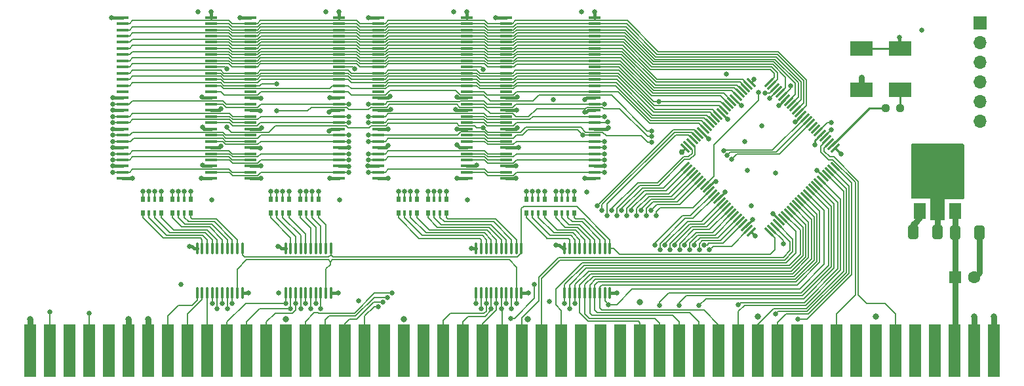
<source format=gbr>
%TF.GenerationSoftware,KiCad,Pcbnew,(6.0.6)*%
%TF.CreationDate,2022-07-10T09:52:36+02:00*%
%TF.ProjectId,GottaGoFaSDZ3,476f7474-6147-46f4-9661-53445a332e6b,rev?*%
%TF.SameCoordinates,Original*%
%TF.FileFunction,Copper,L1,Top*%
%TF.FilePolarity,Positive*%
%FSLAX46Y46*%
G04 Gerber Fmt 4.6, Leading zero omitted, Abs format (unit mm)*
G04 Created by KiCad (PCBNEW (6.0.6)) date 2022-07-10 09:52:36*
%MOMM*%
%LPD*%
G01*
G04 APERTURE LIST*
G04 Aperture macros list*
%AMRoundRect*
0 Rectangle with rounded corners*
0 $1 Rounding radius*
0 $2 $3 $4 $5 $6 $7 $8 $9 X,Y pos of 4 corners*
0 Add a 4 corners polygon primitive as box body*
4,1,4,$2,$3,$4,$5,$6,$7,$8,$9,$2,$3,0*
0 Add four circle primitives for the rounded corners*
1,1,$1+$1,$2,$3*
1,1,$1+$1,$4,$5*
1,1,$1+$1,$6,$7*
1,1,$1+$1,$8,$9*
0 Add four rect primitives between the rounded corners*
20,1,$1+$1,$2,$3,$4,$5,0*
20,1,$1+$1,$4,$5,$6,$7,0*
20,1,$1+$1,$6,$7,$8,$9,0*
20,1,$1+$1,$8,$9,$2,$3,0*%
G04 Aperture macros list end*
%TA.AperFunction,SMDPad,CuDef*%
%ADD10R,0.500000X0.800000*%
%TD*%
%TA.AperFunction,SMDPad,CuDef*%
%ADD11R,0.400000X0.800000*%
%TD*%
%TA.AperFunction,SMDPad,CuDef*%
%ADD12RoundRect,0.100000X-0.100000X0.637500X-0.100000X-0.637500X0.100000X-0.637500X0.100000X0.637500X0*%
%TD*%
%TA.AperFunction,ComponentPad*%
%ADD13R,1.700000X1.700000*%
%TD*%
%TA.AperFunction,ComponentPad*%
%ADD14O,1.700000X1.700000*%
%TD*%
%TA.AperFunction,SMDPad,CuDef*%
%ADD15RoundRect,0.237500X0.250000X0.237500X-0.250000X0.237500X-0.250000X-0.237500X0.250000X-0.237500X0*%
%TD*%
%TA.AperFunction,SMDPad,CuDef*%
%ADD16RoundRect,0.250000X0.412500X0.650000X-0.412500X0.650000X-0.412500X-0.650000X0.412500X-0.650000X0*%
%TD*%
%TA.AperFunction,ConnectorPad*%
%ADD17R,1.524000X6.754000*%
%TD*%
%TA.AperFunction,SMDPad,CuDef*%
%ADD18R,1.510000X0.458000*%
%TD*%
%TA.AperFunction,SMDPad,CuDef*%
%ADD19R,3.000000X1.980000*%
%TD*%
%TA.AperFunction,SMDPad,CuDef*%
%ADD20RoundRect,0.075000X0.521491X-0.415425X-0.415425X0.521491X-0.521491X0.415425X0.415425X-0.521491X0*%
%TD*%
%TA.AperFunction,SMDPad,CuDef*%
%ADD21RoundRect,0.075000X0.521491X0.415425X0.415425X0.521491X-0.521491X-0.415425X-0.415425X-0.521491X0*%
%TD*%
%TA.AperFunction,SMDPad,CuDef*%
%ADD22RoundRect,0.250000X-0.412500X-0.650000X0.412500X-0.650000X0.412500X0.650000X-0.412500X0.650000X0*%
%TD*%
%TA.AperFunction,ComponentPad*%
%ADD23R,1.600000X1.600000*%
%TD*%
%TA.AperFunction,ComponentPad*%
%ADD24C,1.600000*%
%TD*%
%TA.AperFunction,SMDPad,CuDef*%
%ADD25R,1.500000X2.000000*%
%TD*%
%TA.AperFunction,SMDPad,CuDef*%
%ADD26R,3.800000X2.000000*%
%TD*%
%TA.AperFunction,ViaPad*%
%ADD27C,0.635000*%
%TD*%
%TA.AperFunction,ViaPad*%
%ADD28C,0.800000*%
%TD*%
%TA.AperFunction,ViaPad*%
%ADD29C,0.762000*%
%TD*%
%TA.AperFunction,Conductor*%
%ADD30C,0.762000*%
%TD*%
%TA.AperFunction,Conductor*%
%ADD31C,0.254000*%
%TD*%
%TA.AperFunction,Conductor*%
%ADD32C,0.381000*%
%TD*%
%TA.AperFunction,Conductor*%
%ADD33C,0.177800*%
%TD*%
%TA.AperFunction,Conductor*%
%ADD34C,0.152400*%
%TD*%
G04 APERTURE END LIST*
D10*
%TO.P,RN1,1,R1.1*%
%TO.N,/D23*%
X104966469Y-96834478D03*
D11*
%TO.P,RN1,2,R2.1*%
%TO.N,/D22*%
X105766469Y-96834478D03*
%TO.P,RN1,3,R3.1*%
%TO.N,/D21*%
X106566469Y-96834478D03*
D10*
%TO.P,RN1,4,R4.1*%
%TO.N,/D20*%
X107366469Y-96834478D03*
%TO.P,RN1,5,R4.2*%
%TO.N,/MD20*%
X107366469Y-95034478D03*
D11*
%TO.P,RN1,6,R3.2*%
%TO.N,/MD21*%
X106566469Y-95034478D03*
%TO.P,RN1,7,R2.2*%
%TO.N,/MD22*%
X105766469Y-95034478D03*
D10*
%TO.P,RN1,8,R1.2*%
%TO.N,/MD23*%
X104966469Y-95034478D03*
%TD*%
D12*
%TO.P,U5,1,A->B*%
%TO.N,/BUFDIR*%
X165329780Y-101395478D03*
%TO.P,U5,2,A0*%
%TO.N,/D0*%
X164679780Y-101395478D03*
%TO.P,U5,3,A1*%
%TO.N,/D1*%
X164029780Y-101395478D03*
%TO.P,U5,4,A2*%
%TO.N,/D2*%
X163379780Y-101395478D03*
%TO.P,U5,5,A3*%
%TO.N,/D3*%
X162729780Y-101395478D03*
%TO.P,U5,6,A4*%
%TO.N,/D4*%
X162079780Y-101395478D03*
%TO.P,U5,7,A5*%
%TO.N,/D5*%
X161429780Y-101395478D03*
%TO.P,U5,8,A6*%
%TO.N,/D6*%
X160779780Y-101395478D03*
%TO.P,U5,9,A7*%
%TO.N,/D7*%
X160129780Y-101395478D03*
%TO.P,U5,10,GND*%
%TO.N,GND*%
X159479780Y-101395478D03*
%TO.P,U5,11,B7*%
%TO.N,/AD15*%
X159479780Y-107120478D03*
%TO.P,U5,12,B6*%
%TO.N,/AD14*%
X160129780Y-107120478D03*
%TO.P,U5,13,B5*%
%TO.N,/AD13*%
X160779780Y-107120478D03*
%TO.P,U5,14,B4*%
%TO.N,/AD12*%
X161429780Y-107120478D03*
%TO.P,U5,15,B3*%
%TO.N,/AD11*%
X162079780Y-107120478D03*
%TO.P,U5,16,B2*%
%TO.N,/AD10*%
X162729780Y-107120478D03*
%TO.P,U5,17,B1*%
%TO.N,/AD9*%
X163379780Y-107120478D03*
%TO.P,U5,18,B0*%
%TO.N,/AD8*%
X164029780Y-107120478D03*
%TO.P,U5,19,CE*%
%TO.N,/~{BUFOE}*%
X164679780Y-107120478D03*
%TO.P,U5,20,VCC*%
%TO.N,+3V3*%
X165329780Y-107120478D03*
%TD*%
D13*
%TO.P,J1,1,Pin_1*%
%TO.N,/TMS*%
X213158741Y-72261674D03*
D14*
%TO.P,J1,2,Pin_2*%
%TO.N,/TDI*%
X213158741Y-74801674D03*
%TO.P,J1,3,Pin_3*%
%TO.N,/TDO*%
X213158741Y-77341674D03*
%TO.P,J1,4,Pin_4*%
%TO.N,/TCK*%
X213158741Y-79881674D03*
%TO.P,J1,5,Pin_5*%
%TO.N,GND*%
X213158741Y-82421674D03*
%TO.P,J1,6,Pin_6*%
%TO.N,+3V3*%
X213158741Y-84961674D03*
%TD*%
D10*
%TO.P,RN8,1,R1.1*%
%TO.N,/D3*%
X158306469Y-96834478D03*
D11*
%TO.P,RN8,2,R2.1*%
%TO.N,/D2*%
X159106469Y-96834478D03*
%TO.P,RN8,3,R3.1*%
%TO.N,/D1*%
X159906469Y-96834478D03*
D10*
%TO.P,RN8,4,R4.1*%
%TO.N,/D0*%
X160706469Y-96834478D03*
%TO.P,RN8,5,R4.2*%
%TO.N,/MD3*%
X160706469Y-95034478D03*
D11*
%TO.P,RN8,6,R3.2*%
%TO.N,/MD2*%
X159906469Y-95034478D03*
%TO.P,RN8,7,R2.2*%
%TO.N,/MD1*%
X159106469Y-95034478D03*
D10*
%TO.P,RN8,8,R1.2*%
%TO.N,/MD0*%
X158306469Y-95034478D03*
%TD*%
D15*
%TO.P,R1,1*%
%TO.N,Net-(R1-Pad1)*%
X202767092Y-83297157D03*
%TO.P,R1,2*%
%TO.N,/CLK*%
X200942092Y-83297157D03*
%TD*%
D16*
%TO.P,C3,1*%
%TO.N,+3V3*%
X207645227Y-99280361D03*
%TO.P,C3,2*%
%TO.N,GND*%
X204520227Y-99280361D03*
%TD*%
D10*
%TO.P,RN5,1,R1.1*%
%TO.N,/D15*%
X137986469Y-96834478D03*
D11*
%TO.P,RN5,2,R2.1*%
%TO.N,/D14*%
X138786469Y-96834478D03*
%TO.P,RN5,3,R3.1*%
%TO.N,/D13*%
X139586469Y-96834478D03*
D10*
%TO.P,RN5,4,R4.1*%
%TO.N,/D12*%
X140386469Y-96834478D03*
%TO.P,RN5,5,R4.2*%
%TO.N,/MD12*%
X140386469Y-95034478D03*
D11*
%TO.P,RN5,6,R3.2*%
%TO.N,/MD13*%
X139586469Y-95034478D03*
%TO.P,RN5,7,R2.2*%
%TO.N,/MD14*%
X138786469Y-95034478D03*
D10*
%TO.P,RN5,8,R1.2*%
%TO.N,/MD15*%
X137986469Y-95034478D03*
%TD*%
D17*
%TO.P,CN1,2,GND*%
%TO.N,GND*%
X214921933Y-114608782D03*
%TO.P,CN1,4,GND*%
X212381933Y-114608782D03*
%TO.P,CN1,6,+5*%
%TO.N,+5V*%
X209841933Y-114608782D03*
%TO.P,CN1,8,-5*%
%TO.N,unconnected-(CN1-Pad8)*%
X207301933Y-114608782D03*
%TO.P,CN1,10,+12*%
%TO.N,unconnected-(CN1-Pad10)*%
X204761933Y-114608782D03*
%TO.P,CN1,12,~{CFGIN}*%
%TO.N,/~{CFGIN}*%
X202221933Y-114608782D03*
%TO.P,CN1,14,~{C3}*%
%TO.N,unconnected-(CN1-Pad14)*%
X199681933Y-114608782D03*
%TO.P,CN1,16,~{C1}*%
%TO.N,unconnected-(CN1-Pad16)*%
X197141933Y-114608782D03*
%TO.P,CN1,18,~{MTCR}*%
%TO.N,/~{MTCR}*%
X194601933Y-114608782D03*
%TO.P,CN1,20,-12*%
%TO.N,unconnected-(CN1-Pad20)*%
X192061933Y-114608782D03*
%TO.P,CN1,22,~{INT6}*%
%TO.N,unconnected-(CN1-Pad22)*%
X189521933Y-114608782D03*
%TO.P,CN1,24,A4*%
%TO.N,/A4*%
X186981933Y-114608782D03*
%TO.P,CN1,26,A3*%
%TO.N,/A3*%
X184441933Y-114608782D03*
%TO.P,CN1,28,A7*%
%TO.N,/A7*%
X181901933Y-114608782D03*
%TO.P,CN1,30,A8/D0*%
%TO.N,/AD8*%
X179361933Y-114608782D03*
%TO.P,CN1,32,A9/D1*%
%TO.N,/AD9*%
X176821933Y-114608782D03*
%TO.P,CN1,34,A10/D2*%
%TO.N,/AD10*%
X174281933Y-114608782D03*
%TO.P,CN1,36,A11/D3*%
%TO.N,/AD11*%
X171741933Y-114608782D03*
%TO.P,CN1,38,A12/D4*%
%TO.N,/AD12*%
X169201933Y-114608782D03*
%TO.P,CN1,40,NC*%
%TO.N,unconnected-(CN1-Pad40)*%
X166661933Y-114608782D03*
%TO.P,CN1,42,NC*%
%TO.N,unconnected-(CN1-Pad42)*%
X164121933Y-114608782D03*
%TO.P,CN1,44,NC*%
%TO.N,unconnected-(CN1-Pad44)*%
X161581933Y-114608782D03*
%TO.P,CN1,46,~{BERR}*%
%TO.N,/~{BERR}*%
X159041933Y-114608782D03*
%TO.P,CN1,48,~{MTACK}*%
%TO.N,/~{MTACK}*%
X156501933Y-114608782D03*
%TO.P,CN1,50,E*%
%TO.N,/E*%
X153961933Y-114608782D03*
%TO.P,CN1,52,A18/D10*%
%TO.N,/AD18*%
X151421933Y-114608782D03*
%TO.P,CN1,54,A19/D11*%
%TO.N,/AD19*%
X148881933Y-114608782D03*
%TO.P,CN1,56,A20/D12*%
%TO.N,/AD20*%
X146341933Y-114608782D03*
%TO.P,CN1,58,A21/D13*%
%TO.N,/AD21*%
X143801933Y-114608782D03*
%TO.P,CN1,60,~{BR}*%
%TO.N,unconnected-(CN1-Pad60)*%
X141261933Y-114608782D03*
%TO.P,CN1,62,~{BGACK}*%
%TO.N,unconnected-(CN1-Pad62)*%
X138721933Y-114608782D03*
%TO.P,CN1,64,~{BG}*%
%TO.N,unconnected-(CN1-Pad64)*%
X136181933Y-114608782D03*
%TO.P,CN1,66,~{DTACK}*%
%TO.N,/~{DTACK}*%
X133641933Y-114608782D03*
%TO.P,CN1,68,READ*%
%TO.N,/READ*%
X131101933Y-114608782D03*
%TO.P,CN1,70,~{DS2}*%
%TO.N,/~{DS2}*%
X128561933Y-114608782D03*
%TO.P,CN1,72,~{DS3}*%
%TO.N,/~{DS3}*%
X126021933Y-114608782D03*
%TO.P,CN1,74,~{CCS}*%
%TO.N,unconnected-(CN1-Pad74)*%
X123481933Y-114608782D03*
%TO.P,CN1,76,A26/D26*%
%TO.N,/AD26*%
X120941933Y-114608782D03*
%TO.P,CN1,78,A25/D25*%
%TO.N,/AD25*%
X118401933Y-114608782D03*
%TO.P,CN1,80,A24/D24*%
%TO.N,/AD24*%
X115861933Y-114608782D03*
%TO.P,CN1,82,SD7/D23*%
%TO.N,/SD7*%
X113321933Y-114608782D03*
%TO.P,CN1,84,SD6/D22*%
%TO.N,/SD6*%
X110781933Y-114608782D03*
%TO.P,CN1,86,SD5/D21*%
%TO.N,/SD5*%
X108241933Y-114608782D03*
%TO.P,CN1,88,GND*%
%TO.N,GND*%
X105701933Y-114608782D03*
%TO.P,CN1,90,GND*%
X103161933Y-114608782D03*
%TO.P,CN1,92,7Mhz*%
%TO.N,unconnected-(CN1-Pad92)*%
X100621933Y-114608782D03*
%TO.P,CN1,94,~{IORST}*%
%TO.N,/~{IORST}*%
X98081933Y-114608782D03*
%TO.P,CN1,96,NC*%
%TO.N,unconnected-(CN1-Pad96)*%
X95541933Y-114608782D03*
%TO.P,CN1,98,~{DS1}*%
%TO.N,/~{DS1}*%
X93001933Y-114608782D03*
%TO.P,CN1,100,GND*%
%TO.N,GND*%
X90461933Y-114608782D03*
%TD*%
D18*
%TO.P,U10,1,VDD*%
%TO.N,+3V3*%
X163380069Y-92360490D03*
%TO.P,U10,2,DQ0*%
%TO.N,/MD3*%
X163380069Y-91560490D03*
%TO.P,U10,3,VDDQ*%
%TO.N,+3V3*%
X163380069Y-90760490D03*
%TO.P,U10,4,DQ1*%
%TO.N,/MD2*%
X163380069Y-89960490D03*
%TO.P,U10,5,DQ2*%
%TO.N,/MD1*%
X163380069Y-89160490D03*
%TO.P,U10,6,VSSQ*%
%TO.N,GND*%
X163380069Y-88360490D03*
%TO.P,U10,7,DQ3*%
%TO.N,/MD0*%
X163380069Y-87560490D03*
%TO.P,U10,8,DQ4*%
%TO.N,/MD4*%
X163380069Y-86760490D03*
%TO.P,U10,9,VDDQ*%
%TO.N,+3V3*%
X163380069Y-85960490D03*
%TO.P,U10,10,DQ5*%
%TO.N,/MD5*%
X163380069Y-85160490D03*
%TO.P,U10,11,DQ6*%
%TO.N,/MD6*%
X163380069Y-84360490D03*
%TO.P,U10,12,VSSQ*%
%TO.N,GND*%
X163380069Y-83560490D03*
%TO.P,U10,13,DQ7*%
%TO.N,/MD7*%
X163380069Y-82760490D03*
%TO.P,U10,14,VDD*%
%TO.N,+3V3*%
X163380069Y-81960490D03*
%TO.P,U10,15,DQML*%
%TO.N,/DQM0*%
X163380069Y-81160490D03*
%TO.P,U10,16,~{WE}*%
%TO.N,/~{WE}*%
X163380069Y-80360490D03*
%TO.P,U10,17,~{CAS}*%
%TO.N,/~{CAS}*%
X163380069Y-79560490D03*
%TO.P,U10,18,~{RAS}*%
%TO.N,/~{RAS}*%
X163380069Y-78760490D03*
%TO.P,U10,19,~{CS}*%
%TO.N,/~{CS1}*%
X163380069Y-77960490D03*
%TO.P,U10,20,BA0*%
%TO.N,/BA0*%
X163380069Y-77160490D03*
%TO.P,U10,21,BA1*%
%TO.N,/BA1*%
X163380069Y-76360490D03*
%TO.P,U10,22,A10*%
%TO.N,/MA10*%
X163380069Y-75560490D03*
%TO.P,U10,23,A0*%
%TO.N,/MA0*%
X163380069Y-74760490D03*
%TO.P,U10,24,A1*%
%TO.N,/MA1*%
X163380069Y-73960490D03*
%TO.P,U10,25,A2*%
%TO.N,/MA2*%
X163380069Y-73160490D03*
%TO.P,U10,26,A3*%
%TO.N,/MA3*%
X163380069Y-72360490D03*
%TO.P,U10,27,VDD*%
%TO.N,+3V3*%
X163380069Y-71560490D03*
%TO.P,U10,28,VSS*%
%TO.N,GND*%
X151880069Y-71560490D03*
%TO.P,U10,29,A4*%
%TO.N,/MA4*%
X151880069Y-72360490D03*
%TO.P,U10,30,A5*%
%TO.N,/MA5*%
X151880069Y-73160490D03*
%TO.P,U10,31,A6*%
%TO.N,/MA6*%
X151880069Y-73960490D03*
%TO.P,U10,32,A7*%
%TO.N,/MA7*%
X151880069Y-74760490D03*
%TO.P,U10,33,A8*%
%TO.N,/MA8*%
X151880069Y-75560490D03*
%TO.P,U10,34,A9*%
%TO.N,/MA9*%
X151880069Y-76360490D03*
%TO.P,U10,35,A11*%
%TO.N,/MA11*%
X151880069Y-77160490D03*
%TO.P,U10,36,A12*%
%TO.N,/MA12*%
X151880069Y-77960490D03*
%TO.P,U10,37,CKE*%
%TO.N,/CKE*%
X151880069Y-78760490D03*
%TO.P,U10,38,CLK*%
%TO.N,/MEMCLK*%
X151880069Y-79560490D03*
%TO.P,U10,39,DQMH*%
%TO.N,/DQM1*%
X151880069Y-80360490D03*
%TO.P,U10,40,NC*%
%TO.N,unconnected-(U10-Pad40)*%
X151880069Y-81160490D03*
%TO.P,U10,41,VSS*%
%TO.N,GND*%
X151880069Y-81960490D03*
%TO.P,U10,42,DQ8*%
%TO.N,/MD8*%
X151880069Y-82760490D03*
%TO.P,U10,43,VDDQ*%
%TO.N,+3V3*%
X151880069Y-83560490D03*
%TO.P,U10,44,DQ9*%
%TO.N,/MD9*%
X151880069Y-84360490D03*
%TO.P,U10,45,DQ10*%
%TO.N,/MD10*%
X151880069Y-85160490D03*
%TO.P,U10,46,VSSQ*%
%TO.N,GND*%
X151880069Y-85960490D03*
%TO.P,U10,47,DQ11*%
%TO.N,/MD11*%
X151880069Y-86760490D03*
%TO.P,U10,48,DQ12*%
%TO.N,/MD12*%
X151880069Y-87560490D03*
%TO.P,U10,49,VDDQ*%
%TO.N,+3V3*%
X151880069Y-88360490D03*
%TO.P,U10,50,DQ13*%
%TO.N,/MD13*%
X151880069Y-89160490D03*
%TO.P,U10,51,DQ14*%
%TO.N,/MD14*%
X151880069Y-89960490D03*
%TO.P,U10,52,VSSQ*%
%TO.N,GND*%
X151880069Y-90760490D03*
%TO.P,U10,53,DQ15*%
%TO.N,/MD15*%
X151880069Y-91560490D03*
%TO.P,U10,54,VSS*%
%TO.N,GND*%
X151880069Y-92360490D03*
%TD*%
D19*
%TO.P,X1,1,EN*%
%TO.N,+3V3*%
X197779792Y-75612757D03*
%TO.P,X1,2,GND*%
%TO.N,GND*%
X197779792Y-80872757D03*
%TO.P,X1,3,OUT*%
%TO.N,Net-(R1-Pad1)*%
X202779792Y-80872757D03*
%TO.P,X1,4,Vdd*%
%TO.N,+3V3*%
X202779792Y-75612757D03*
%TD*%
D18*
%TO.P,U7,1,VDD*%
%TO.N,+3V3*%
X113850069Y-92360490D03*
%TO.P,U7,2,DQ0*%
%TO.N,/MD27*%
X113850069Y-91560490D03*
%TO.P,U7,3,VDDQ*%
%TO.N,+3V3*%
X113850069Y-90760490D03*
%TO.P,U7,4,DQ1*%
%TO.N,/MD26*%
X113850069Y-89960490D03*
%TO.P,U7,5,DQ2*%
%TO.N,/MD25*%
X113850069Y-89160490D03*
%TO.P,U7,6,VSSQ*%
%TO.N,GND*%
X113850069Y-88360490D03*
%TO.P,U7,7,DQ3*%
%TO.N,/MD24*%
X113850069Y-87560490D03*
%TO.P,U7,8,DQ4*%
%TO.N,/MD28*%
X113850069Y-86760490D03*
%TO.P,U7,9,VDDQ*%
%TO.N,+3V3*%
X113850069Y-85960490D03*
%TO.P,U7,10,DQ5*%
%TO.N,/MD29*%
X113850069Y-85160490D03*
%TO.P,U7,11,DQ6*%
%TO.N,/MD30*%
X113850069Y-84360490D03*
%TO.P,U7,12,VSSQ*%
%TO.N,GND*%
X113850069Y-83560490D03*
%TO.P,U7,13,DQ7*%
%TO.N,/MD31*%
X113850069Y-82760490D03*
%TO.P,U7,14,VDD*%
%TO.N,+3V3*%
X113850069Y-81960490D03*
%TO.P,U7,15,DQML*%
%TO.N,/DQM3*%
X113850069Y-81160490D03*
%TO.P,U7,16,~{WE}*%
%TO.N,/~{WE}*%
X113850069Y-80360490D03*
%TO.P,U7,17,~{CAS}*%
%TO.N,/~{CAS}*%
X113850069Y-79560490D03*
%TO.P,U7,18,~{RAS}*%
%TO.N,/~{RAS}*%
X113850069Y-78760490D03*
%TO.P,U7,19,~{CS}*%
%TO.N,/~{CS0}*%
X113850069Y-77960490D03*
%TO.P,U7,20,BA0*%
%TO.N,/BA0*%
X113850069Y-77160490D03*
%TO.P,U7,21,BA1*%
%TO.N,/BA1*%
X113850069Y-76360490D03*
%TO.P,U7,22,A10*%
%TO.N,/MA10*%
X113850069Y-75560490D03*
%TO.P,U7,23,A0*%
%TO.N,/MA0*%
X113850069Y-74760490D03*
%TO.P,U7,24,A1*%
%TO.N,/MA1*%
X113850069Y-73960490D03*
%TO.P,U7,25,A2*%
%TO.N,/MA2*%
X113850069Y-73160490D03*
%TO.P,U7,26,A3*%
%TO.N,/MA3*%
X113850069Y-72360490D03*
%TO.P,U7,27,VDD*%
%TO.N,+3V3*%
X113850069Y-71560490D03*
%TO.P,U7,28,VSS*%
%TO.N,GND*%
X102350069Y-71560490D03*
%TO.P,U7,29,A4*%
%TO.N,/MA4*%
X102350069Y-72360490D03*
%TO.P,U7,30,A5*%
%TO.N,/MA5*%
X102350069Y-73160490D03*
%TO.P,U7,31,A6*%
%TO.N,/MA6*%
X102350069Y-73960490D03*
%TO.P,U7,32,A7*%
%TO.N,/MA7*%
X102350069Y-74760490D03*
%TO.P,U7,33,A8*%
%TO.N,/MA8*%
X102350069Y-75560490D03*
%TO.P,U7,34,A9*%
%TO.N,/MA9*%
X102350069Y-76360490D03*
%TO.P,U7,35,A11*%
%TO.N,/MA11*%
X102350069Y-77160490D03*
%TO.P,U7,36,A12*%
%TO.N,/MA12*%
X102350069Y-77960490D03*
%TO.P,U7,37,CKE*%
%TO.N,/CKE*%
X102350069Y-78760490D03*
%TO.P,U7,38,CLK*%
%TO.N,/MEMCLK*%
X102350069Y-79560490D03*
%TO.P,U7,39,DQMH*%
%TO.N,/DQM2*%
X102350069Y-80360490D03*
%TO.P,U7,40,NC*%
%TO.N,unconnected-(U7-Pad40)*%
X102350069Y-81160490D03*
%TO.P,U7,41,VSS*%
%TO.N,GND*%
X102350069Y-81960490D03*
%TO.P,U7,42,DQ8*%
%TO.N,/MD16*%
X102350069Y-82760490D03*
%TO.P,U7,43,VDDQ*%
%TO.N,+3V3*%
X102350069Y-83560490D03*
%TO.P,U7,44,DQ9*%
%TO.N,/MD17*%
X102350069Y-84360490D03*
%TO.P,U7,45,DQ10*%
%TO.N,/MD18*%
X102350069Y-85160490D03*
%TO.P,U7,46,VSSQ*%
%TO.N,GND*%
X102350069Y-85960490D03*
%TO.P,U7,47,DQ11*%
%TO.N,/MD19*%
X102350069Y-86760490D03*
%TO.P,U7,48,DQ12*%
%TO.N,/MD20*%
X102350069Y-87560490D03*
%TO.P,U7,49,VDDQ*%
%TO.N,+3V3*%
X102350069Y-88360490D03*
%TO.P,U7,50,DQ13*%
%TO.N,/MD21*%
X102350069Y-89160490D03*
%TO.P,U7,51,DQ14*%
%TO.N,/MD22*%
X102350069Y-89960490D03*
%TO.P,U7,52,VSSQ*%
%TO.N,GND*%
X102350069Y-90760490D03*
%TO.P,U7,53,DQ15*%
%TO.N,/MD23*%
X102350069Y-91560490D03*
%TO.P,U7,54,VSS*%
%TO.N,GND*%
X102350069Y-92360490D03*
%TD*%
D12*
%TO.P,U2,1,A->B*%
%TO.N,/BUFDIR*%
X117850968Y-101395478D03*
%TO.P,U2,2,A0*%
%TO.N,/D16*%
X117200968Y-101395478D03*
%TO.P,U2,3,A1*%
%TO.N,/D17*%
X116550968Y-101395478D03*
%TO.P,U2,4,A2*%
%TO.N,/D18*%
X115900968Y-101395478D03*
%TO.P,U2,5,A3*%
%TO.N,/D19*%
X115250968Y-101395478D03*
%TO.P,U2,6,A4*%
%TO.N,/D20*%
X114600968Y-101395478D03*
%TO.P,U2,7,A5*%
%TO.N,/D21*%
X113950968Y-101395478D03*
%TO.P,U2,8,A6*%
%TO.N,/D22*%
X113300968Y-101395478D03*
%TO.P,U2,9,A7*%
%TO.N,/D23*%
X112650968Y-101395478D03*
%TO.P,U2,10,GND*%
%TO.N,GND*%
X112000968Y-101395478D03*
%TO.P,U2,11,B7*%
%TO.N,/SD5*%
X112000968Y-107120478D03*
%TO.P,U2,12,B6*%
%TO.N,/SD6*%
X112650968Y-107120478D03*
%TO.P,U2,13,B5*%
%TO.N,/SD7*%
X113300968Y-107120478D03*
%TO.P,U2,14,B4*%
%TO.N,/SD4*%
X113950968Y-107120478D03*
%TO.P,U2,15,B3*%
%TO.N,/SD3*%
X114600968Y-107120478D03*
%TO.P,U2,16,B2*%
%TO.N,/SD2*%
X115250968Y-107120478D03*
%TO.P,U2,17,B1*%
%TO.N,/SD1*%
X115900968Y-107120478D03*
%TO.P,U2,18,B0*%
%TO.N,/SD0*%
X116550968Y-107120478D03*
%TO.P,U2,19,CE*%
%TO.N,/~{BUFOE}*%
X117200968Y-107120478D03*
%TO.P,U2,20,VCC*%
%TO.N,+3V3*%
X117850968Y-107120478D03*
%TD*%
D20*
%TO.P,U6,1,I/O/GTS3*%
%TO.N,/BUFDIR*%
X185889431Y-99277488D03*
%TO.P,U6,2,I/O/GTS4*%
%TO.N,/~{DS0}*%
X186242984Y-98923935D03*
%TO.P,U6,3,I/O/GTS1*%
%TO.N,/E*%
X186596538Y-98570382D03*
%TO.P,U6,4,I/O/GTS2*%
%TO.N,/~{MTACK}*%
X186950091Y-98216828D03*
%TO.P,U6,5,VCCINT*%
%TO.N,+3V3*%
X187303645Y-97863275D03*
%TO.P,U6,6,P6*%
%TO.N,/~{BERR}*%
X187657198Y-97509721D03*
%TO.P,U6,7,P7*%
%TO.N,/AD15*%
X188010751Y-97156168D03*
%TO.P,U6,8,P8*%
%TO.N,/AD14*%
X188364305Y-96802615D03*
%TO.P,U6,9,P9*%
%TO.N,/AD13*%
X188717858Y-96449061D03*
%TO.P,U6,10,P10*%
%TO.N,/AD12*%
X189071412Y-96095508D03*
%TO.P,U6,11,P11*%
%TO.N,/AD11*%
X189424965Y-95741954D03*
%TO.P,U6,12,P12*%
%TO.N,/AD10*%
X189778518Y-95388401D03*
%TO.P,U6,13,P13*%
%TO.N,/AD9*%
X190132072Y-95034848D03*
%TO.P,U6,14,P14*%
%TO.N,/AD8*%
X190485625Y-94681294D03*
%TO.P,U6,15,P15*%
%TO.N,/~{BUFOE}*%
X190839178Y-94327741D03*
%TO.P,U6,16,P16*%
%TO.N,/FC2*%
X191192732Y-93974188D03*
%TO.P,U6,17,P17*%
%TO.N,/FC1*%
X191546285Y-93620634D03*
%TO.P,U6,18,P18*%
%TO.N,/FC0*%
X191899839Y-93267081D03*
%TO.P,U6,19,P19*%
%TO.N,/A2*%
X192253392Y-92913527D03*
%TO.P,U6,20,P20*%
%TO.N,/A7*%
X192606945Y-92559974D03*
%TO.P,U6,21,GND*%
%TO.N,GND*%
X192960499Y-92206421D03*
%TO.P,U6,22,I/O/GCK1*%
%TO.N,/A3*%
X193314052Y-91852867D03*
%TO.P,U6,23,I/O/GCK2*%
%TO.N,/A6*%
X193667606Y-91499314D03*
%TO.P,U6,24,P24*%
%TO.N,/A4*%
X194021159Y-91145760D03*
%TO.P,U6,25,P25*%
%TO.N,/A5*%
X194374712Y-90792207D03*
D21*
%TO.P,U6,26,VCCIO*%
%TO.N,+3V3*%
X194374712Y-88441077D03*
%TO.P,U6,27,I/O/GCK3*%
%TO.N,/CLK*%
X194021159Y-88087524D03*
%TO.P,U6,28,P28*%
%TO.N,/~{CFGIN}*%
X193667606Y-87733970D03*
%TO.P,U6,29,P29*%
%TO.N,/~{MTCR}*%
X193314052Y-87380417D03*
%TO.P,U6,30,P30*%
%TO.N,/~{CFGOUT}*%
X192960499Y-87026863D03*
%TO.P,U6,31,GND*%
%TO.N,GND*%
X192606945Y-86673310D03*
%TO.P,U6,32,P32*%
%TO.N,/~{SLAVE}*%
X192253392Y-86319757D03*
%TO.P,U6,33,P33*%
%TO.N,unconnected-(U6-Pad33)*%
X191899839Y-85966203D03*
%TO.P,U6,34,P34*%
%TO.N,unconnected-(U6-Pad34)*%
X191546285Y-85612650D03*
%TO.P,U6,35,P35*%
%TO.N,/~{CS0}*%
X191192732Y-85259096D03*
%TO.P,U6,36,P36*%
%TO.N,/DQM2*%
X190839178Y-84905543D03*
%TO.P,U6,37,P37*%
%TO.N,/DQM3*%
X190485625Y-84551990D03*
%TO.P,U6,38,VCCIO*%
%TO.N,+3V3*%
X190132072Y-84198436D03*
%TO.P,U6,39,P39*%
%TO.N,/MA4*%
X189778518Y-83844883D03*
%TO.P,U6,40,P40*%
%TO.N,/MA3*%
X189424965Y-83491330D03*
%TO.P,U6,41,P41*%
%TO.N,/MA5*%
X189071412Y-83137776D03*
%TO.P,U6,42,P42*%
%TO.N,/MA2*%
X188717858Y-82784223D03*
%TO.P,U6,43,P43*%
%TO.N,/MA6*%
X188364305Y-82430669D03*
%TO.P,U6,44,GND*%
%TO.N,GND*%
X188010751Y-82077116D03*
%TO.P,U6,45,TDI*%
%TO.N,/TDI*%
X187657198Y-81723563D03*
%TO.P,U6,46,P46*%
%TO.N,/MA1*%
X187303645Y-81370009D03*
%TO.P,U6,47,TMS*%
%TO.N,/TMS*%
X186950091Y-81016456D03*
%TO.P,U6,48,TCK*%
%TO.N,/TCK*%
X186596538Y-80662902D03*
%TO.P,U6,49,P49*%
%TO.N,/MA7*%
X186242984Y-80309349D03*
%TO.P,U6,50,P50*%
%TO.N,/MA0*%
X185889431Y-79955796D03*
D20*
%TO.P,U6,51,VCCIO*%
%TO.N,+3V3*%
X183538301Y-79955796D03*
%TO.P,U6,52,P52*%
%TO.N,/MA8*%
X183184748Y-80309349D03*
%TO.P,U6,53,P53*%
%TO.N,/MA10*%
X182831194Y-80662902D03*
%TO.P,U6,54,P54*%
%TO.N,/MA9*%
X182477641Y-81016456D03*
%TO.P,U6,55,P55*%
%TO.N,/BA1*%
X182124087Y-81370009D03*
%TO.P,U6,56,P56*%
%TO.N,/MA11*%
X181770534Y-81723563D03*
%TO.P,U6,57,VCCINT*%
%TO.N,+3V3*%
X181416981Y-82077116D03*
%TO.P,U6,58,P58*%
%TO.N,/BA0*%
X181063427Y-82430669D03*
%TO.P,U6,59,P59*%
%TO.N,/MA12*%
X180709874Y-82784223D03*
%TO.P,U6,60,P60*%
%TO.N,/~{CS1}*%
X180356320Y-83137776D03*
%TO.P,U6,61,P61*%
%TO.N,/CKE*%
X180002767Y-83491330D03*
%TO.P,U6,62,GND*%
%TO.N,GND*%
X179649214Y-83844883D03*
%TO.P,U6,63,P63*%
%TO.N,/~{RAS}*%
X179295660Y-84198436D03*
%TO.P,U6,64,P64*%
%TO.N,/MEMCLK*%
X178942107Y-84551990D03*
%TO.P,U6,65,P65*%
%TO.N,/~{CAS}*%
X178588554Y-84905543D03*
%TO.P,U6,66,P66*%
%TO.N,/DQM1*%
X178235000Y-85259096D03*
%TO.P,U6,67,P67*%
%TO.N,/~{WE}*%
X177881447Y-85612650D03*
%TO.P,U6,68,P68*%
%TO.N,/DQM0*%
X177527893Y-85966203D03*
%TO.P,U6,69,GND*%
%TO.N,GND*%
X177174340Y-86319757D03*
%TO.P,U6,70,P70*%
%TO.N,/~{DS1}*%
X176820787Y-86673310D03*
%TO.P,U6,71,P71*%
%TO.N,/~{FCS}*%
X176467233Y-87026863D03*
%TO.P,U6,72,P72*%
%TO.N,/~{IORST}*%
X176113680Y-87380417D03*
%TO.P,U6,73,P73*%
%TO.N,/SENSEZ3*%
X175760126Y-87733970D03*
%TO.P,U6,74,P74*%
%TO.N,/DOE*%
X175406573Y-88087524D03*
%TO.P,U6,75,GND*%
%TO.N,GND*%
X175053020Y-88441077D03*
D21*
%TO.P,U6,76,P76*%
%TO.N,/AD24*%
X175053020Y-90792207D03*
%TO.P,U6,77,P77*%
%TO.N,/AD25*%
X175406573Y-91145760D03*
%TO.P,U6,78,P78*%
%TO.N,/AD26*%
X175760126Y-91499314D03*
%TO.P,U6,79,P79*%
%TO.N,/AD27*%
X176113680Y-91852867D03*
%TO.P,U6,80,P80*%
%TO.N,/AD28*%
X176467233Y-92206421D03*
%TO.P,U6,81,P81*%
%TO.N,/AD29*%
X176820787Y-92559974D03*
%TO.P,U6,82,P82*%
%TO.N,/AD30*%
X177174340Y-92913527D03*
%TO.P,U6,83,TDO*%
%TO.N,/TDO*%
X177527893Y-93267081D03*
%TO.P,U6,84,GND*%
%TO.N,GND*%
X177881447Y-93620634D03*
%TO.P,U6,85,P85*%
%TO.N,/AD31*%
X178235000Y-93974188D03*
%TO.P,U6,86,P86*%
%TO.N,/~{DS3}*%
X178588554Y-94327741D03*
%TO.P,U6,87,P87*%
%TO.N,/~{DS2}*%
X178942107Y-94681294D03*
%TO.P,U6,88,VCCIO*%
%TO.N,+3V3*%
X179295660Y-95034848D03*
%TO.P,U6,89,P89*%
%TO.N,/READ*%
X179649214Y-95388401D03*
%TO.P,U6,90,P90*%
%TO.N,/~{DTACK}*%
X180002767Y-95741954D03*
%TO.P,U6,91,P91*%
%TO.N,/AD23*%
X180356320Y-96095508D03*
%TO.P,U6,92,P92*%
%TO.N,/AD22*%
X180709874Y-96449061D03*
%TO.P,U6,93,P93*%
%TO.N,/AD21*%
X181063427Y-96802615D03*
%TO.P,U6,94,P94*%
%TO.N,/AD20*%
X181416981Y-97156168D03*
%TO.P,U6,95,P95*%
%TO.N,/AD19*%
X181770534Y-97509721D03*
%TO.P,U6,96,P96*%
%TO.N,/AD18*%
X182124087Y-97863275D03*
%TO.P,U6,97,P97*%
%TO.N,/AD17*%
X182477641Y-98216828D03*
%TO.P,U6,98,VCCINT*%
%TO.N,+3V3*%
X182831194Y-98570382D03*
%TO.P,U6,99,I/O/GSR*%
%TO.N,/AD16*%
X183184748Y-98923935D03*
%TO.P,U6,100,GND*%
%TO.N,GND*%
X183538301Y-99277488D03*
%TD*%
D10*
%TO.P,RN3,1,R1.1*%
%TO.N,/D31*%
X121476469Y-96834478D03*
D11*
%TO.P,RN3,2,R2.1*%
%TO.N,/D30*%
X122276469Y-96834478D03*
%TO.P,RN3,3,R3.1*%
%TO.N,/D29*%
X123076469Y-96834478D03*
D10*
%TO.P,RN3,4,R4.1*%
%TO.N,/D28*%
X123876469Y-96834478D03*
%TO.P,RN3,5,R4.2*%
%TO.N,/MD28*%
X123876469Y-95034478D03*
D11*
%TO.P,RN3,6,R3.2*%
%TO.N,/MD29*%
X123076469Y-95034478D03*
%TO.P,RN3,7,R2.2*%
%TO.N,/MD30*%
X122276469Y-95034478D03*
D10*
%TO.P,RN3,8,R1.2*%
%TO.N,/MD31*%
X121476469Y-95034478D03*
%TD*%
D22*
%TO.P,C2,1*%
%TO.N,+5V*%
X209930427Y-99331161D03*
%TO.P,C2,2*%
%TO.N,GND*%
X213055427Y-99331161D03*
%TD*%
D12*
%TO.P,U3,1,A->B*%
%TO.N,/BUFDIR*%
X129280968Y-101395478D03*
%TO.P,U3,2,A0*%
%TO.N,/D24*%
X128630968Y-101395478D03*
%TO.P,U3,3,A1*%
%TO.N,/D25*%
X127980968Y-101395478D03*
%TO.P,U3,4,A2*%
%TO.N,/D26*%
X127330968Y-101395478D03*
%TO.P,U3,5,A3*%
%TO.N,/D27*%
X126680968Y-101395478D03*
%TO.P,U3,6,A4*%
%TO.N,/D28*%
X126030968Y-101395478D03*
%TO.P,U3,7,A5*%
%TO.N,/D29*%
X125380968Y-101395478D03*
%TO.P,U3,8,A6*%
%TO.N,/D30*%
X124730968Y-101395478D03*
%TO.P,U3,9,A7*%
%TO.N,/D31*%
X124080968Y-101395478D03*
%TO.P,U3,10,GND*%
%TO.N,GND*%
X123430968Y-101395478D03*
%TO.P,U3,11,B7*%
%TO.N,/AD24*%
X123430968Y-107120478D03*
%TO.P,U3,12,B6*%
%TO.N,/AD25*%
X124080968Y-107120478D03*
%TO.P,U3,13,B5*%
%TO.N,/AD26*%
X124730968Y-107120478D03*
%TO.P,U3,14,B4*%
%TO.N,/AD27*%
X125380968Y-107120478D03*
%TO.P,U3,15,B3*%
%TO.N,/AD28*%
X126030968Y-107120478D03*
%TO.P,U3,16,B2*%
%TO.N,/AD29*%
X126680968Y-107120478D03*
%TO.P,U3,17,B1*%
%TO.N,/AD30*%
X127330968Y-107120478D03*
%TO.P,U3,18,B0*%
%TO.N,/AD31*%
X127980968Y-107120478D03*
%TO.P,U3,19,CE*%
%TO.N,/~{BUFOE}*%
X128630968Y-107120478D03*
%TO.P,U3,20,VCC*%
%TO.N,+3V3*%
X129280968Y-107120478D03*
%TD*%
%TO.P,U4,1,A->B*%
%TO.N,/BUFDIR*%
X153899780Y-101395478D03*
%TO.P,U4,2,A0*%
%TO.N,/D8*%
X153249780Y-101395478D03*
%TO.P,U4,3,A1*%
%TO.N,/D9*%
X152599780Y-101395478D03*
%TO.P,U4,4,A2*%
%TO.N,/D10*%
X151949780Y-101395478D03*
%TO.P,U4,5,A3*%
%TO.N,/D11*%
X151299780Y-101395478D03*
%TO.P,U4,6,A4*%
%TO.N,/D12*%
X150649780Y-101395478D03*
%TO.P,U4,7,A5*%
%TO.N,/D13*%
X149999780Y-101395478D03*
%TO.P,U4,8,A6*%
%TO.N,/D14*%
X149349780Y-101395478D03*
%TO.P,U4,9,A7*%
%TO.N,/D15*%
X148699780Y-101395478D03*
%TO.P,U4,10,GND*%
%TO.N,GND*%
X148049780Y-101395478D03*
%TO.P,U4,11,B7*%
%TO.N,/AD23*%
X148049780Y-107120478D03*
%TO.P,U4,12,B6*%
%TO.N,/AD22*%
X148699780Y-107120478D03*
%TO.P,U4,13,B5*%
%TO.N,/AD21*%
X149349780Y-107120478D03*
%TO.P,U4,14,B4*%
%TO.N,/AD20*%
X149999780Y-107120478D03*
%TO.P,U4,15,B3*%
%TO.N,/AD19*%
X150649780Y-107120478D03*
%TO.P,U4,16,B2*%
%TO.N,/AD18*%
X151299780Y-107120478D03*
%TO.P,U4,17,B1*%
%TO.N,/AD17*%
X151949780Y-107120478D03*
%TO.P,U4,18,B0*%
%TO.N,/AD16*%
X152599780Y-107120478D03*
%TO.P,U4,19,CE*%
%TO.N,/~{BUFOE}*%
X153249780Y-107120478D03*
%TO.P,U4,20,VCC*%
%TO.N,+3V3*%
X153899780Y-107120478D03*
%TD*%
D18*
%TO.P,U9,1,VDD*%
%TO.N,+3V3*%
X146870069Y-92360490D03*
%TO.P,U9,2,DQ0*%
%TO.N,/MD3*%
X146870069Y-91560490D03*
%TO.P,U9,3,VDDQ*%
%TO.N,+3V3*%
X146870069Y-90760490D03*
%TO.P,U9,4,DQ1*%
%TO.N,/MD2*%
X146870069Y-89960490D03*
%TO.P,U9,5,DQ2*%
%TO.N,/MD1*%
X146870069Y-89160490D03*
%TO.P,U9,6,VSSQ*%
%TO.N,GND*%
X146870069Y-88360490D03*
%TO.P,U9,7,DQ3*%
%TO.N,/MD0*%
X146870069Y-87560490D03*
%TO.P,U9,8,DQ4*%
%TO.N,/MD4*%
X146870069Y-86760490D03*
%TO.P,U9,9,VDDQ*%
%TO.N,+3V3*%
X146870069Y-85960490D03*
%TO.P,U9,10,DQ5*%
%TO.N,/MD5*%
X146870069Y-85160490D03*
%TO.P,U9,11,DQ6*%
%TO.N,/MD6*%
X146870069Y-84360490D03*
%TO.P,U9,12,VSSQ*%
%TO.N,GND*%
X146870069Y-83560490D03*
%TO.P,U9,13,DQ7*%
%TO.N,/MD7*%
X146870069Y-82760490D03*
%TO.P,U9,14,VDD*%
%TO.N,+3V3*%
X146870069Y-81960490D03*
%TO.P,U9,15,DQML*%
%TO.N,/DQM0*%
X146870069Y-81160490D03*
%TO.P,U9,16,~{WE}*%
%TO.N,/~{WE}*%
X146870069Y-80360490D03*
%TO.P,U9,17,~{CAS}*%
%TO.N,/~{CAS}*%
X146870069Y-79560490D03*
%TO.P,U9,18,~{RAS}*%
%TO.N,/~{RAS}*%
X146870069Y-78760490D03*
%TO.P,U9,19,~{CS}*%
%TO.N,/~{CS0}*%
X146870069Y-77960490D03*
%TO.P,U9,20,BA0*%
%TO.N,/BA0*%
X146870069Y-77160490D03*
%TO.P,U9,21,BA1*%
%TO.N,/BA1*%
X146870069Y-76360490D03*
%TO.P,U9,22,A10*%
%TO.N,/MA10*%
X146870069Y-75560490D03*
%TO.P,U9,23,A0*%
%TO.N,/MA0*%
X146870069Y-74760490D03*
%TO.P,U9,24,A1*%
%TO.N,/MA1*%
X146870069Y-73960490D03*
%TO.P,U9,25,A2*%
%TO.N,/MA2*%
X146870069Y-73160490D03*
%TO.P,U9,26,A3*%
%TO.N,/MA3*%
X146870069Y-72360490D03*
%TO.P,U9,27,VDD*%
%TO.N,+3V3*%
X146870069Y-71560490D03*
%TO.P,U9,28,VSS*%
%TO.N,GND*%
X135370069Y-71560490D03*
%TO.P,U9,29,A4*%
%TO.N,/MA4*%
X135370069Y-72360490D03*
%TO.P,U9,30,A5*%
%TO.N,/MA5*%
X135370069Y-73160490D03*
%TO.P,U9,31,A6*%
%TO.N,/MA6*%
X135370069Y-73960490D03*
%TO.P,U9,32,A7*%
%TO.N,/MA7*%
X135370069Y-74760490D03*
%TO.P,U9,33,A8*%
%TO.N,/MA8*%
X135370069Y-75560490D03*
%TO.P,U9,34,A9*%
%TO.N,/MA9*%
X135370069Y-76360490D03*
%TO.P,U9,35,A11*%
%TO.N,/MA11*%
X135370069Y-77160490D03*
%TO.P,U9,36,A12*%
%TO.N,/MA12*%
X135370069Y-77960490D03*
%TO.P,U9,37,CKE*%
%TO.N,/CKE*%
X135370069Y-78760490D03*
%TO.P,U9,38,CLK*%
%TO.N,/MEMCLK*%
X135370069Y-79560490D03*
%TO.P,U9,39,DQMH*%
%TO.N,/DQM1*%
X135370069Y-80360490D03*
%TO.P,U9,40,NC*%
%TO.N,unconnected-(U9-Pad40)*%
X135370069Y-81160490D03*
%TO.P,U9,41,VSS*%
%TO.N,GND*%
X135370069Y-81960490D03*
%TO.P,U9,42,DQ8*%
%TO.N,/MD8*%
X135370069Y-82760490D03*
%TO.P,U9,43,VDDQ*%
%TO.N,+3V3*%
X135370069Y-83560490D03*
%TO.P,U9,44,DQ9*%
%TO.N,/MD9*%
X135370069Y-84360490D03*
%TO.P,U9,45,DQ10*%
%TO.N,/MD10*%
X135370069Y-85160490D03*
%TO.P,U9,46,VSSQ*%
%TO.N,GND*%
X135370069Y-85960490D03*
%TO.P,U9,47,DQ11*%
%TO.N,/MD11*%
X135370069Y-86760490D03*
%TO.P,U9,48,DQ12*%
%TO.N,/MD12*%
X135370069Y-87560490D03*
%TO.P,U9,49,VDDQ*%
%TO.N,+3V3*%
X135370069Y-88360490D03*
%TO.P,U9,50,DQ13*%
%TO.N,/MD13*%
X135370069Y-89160490D03*
%TO.P,U9,51,DQ14*%
%TO.N,/MD14*%
X135370069Y-89960490D03*
%TO.P,U9,52,VSSQ*%
%TO.N,GND*%
X135370069Y-90760490D03*
%TO.P,U9,53,DQ15*%
%TO.N,/MD15*%
X135370069Y-91560490D03*
%TO.P,U9,54,VSS*%
%TO.N,GND*%
X135370069Y-92360490D03*
%TD*%
D23*
%TO.P,C1,1*%
%TO.N,+5V*%
X209881927Y-105160276D03*
D24*
%TO.P,C1,2*%
%TO.N,GND*%
X212381927Y-105160276D03*
%TD*%
D10*
%TO.P,RN4,1,R1.1*%
%TO.N,/D27*%
X125286469Y-96834478D03*
D11*
%TO.P,RN4,2,R2.1*%
%TO.N,/D26*%
X126086469Y-96834478D03*
%TO.P,RN4,3,R3.1*%
%TO.N,/D25*%
X126886469Y-96834478D03*
D10*
%TO.P,RN4,4,R4.1*%
%TO.N,/D24*%
X127686469Y-96834478D03*
%TO.P,RN4,5,R4.2*%
%TO.N,/MD27*%
X127686469Y-95034478D03*
D11*
%TO.P,RN4,6,R3.2*%
%TO.N,/MD26*%
X126886469Y-95034478D03*
%TO.P,RN4,7,R2.2*%
%TO.N,/MD25*%
X126086469Y-95034478D03*
D10*
%TO.P,RN4,8,R1.2*%
%TO.N,/MD24*%
X125286469Y-95034478D03*
%TD*%
D25*
%TO.P,U1,1,GND*%
%TO.N,GND*%
X205340219Y-96598852D03*
%TO.P,U1,2,VO*%
%TO.N,+3V3*%
X207640219Y-96598852D03*
D26*
X207640219Y-90298852D03*
D25*
%TO.P,U1,3,VI*%
%TO.N,+5V*%
X209940219Y-96598852D03*
%TD*%
D18*
%TO.P,U8,1,VDD*%
%TO.N,+3V3*%
X130360069Y-92360490D03*
%TO.P,U8,2,DQ0*%
%TO.N,/MD27*%
X130360069Y-91560490D03*
%TO.P,U8,3,VDDQ*%
%TO.N,+3V3*%
X130360069Y-90760490D03*
%TO.P,U8,4,DQ1*%
%TO.N,/MD26*%
X130360069Y-89960490D03*
%TO.P,U8,5,DQ2*%
%TO.N,/MD25*%
X130360069Y-89160490D03*
%TO.P,U8,6,VSSQ*%
%TO.N,GND*%
X130360069Y-88360490D03*
%TO.P,U8,7,DQ3*%
%TO.N,/MD24*%
X130360069Y-87560490D03*
%TO.P,U8,8,DQ4*%
%TO.N,/MD28*%
X130360069Y-86760490D03*
%TO.P,U8,9,VDDQ*%
%TO.N,+3V3*%
X130360069Y-85960490D03*
%TO.P,U8,10,DQ5*%
%TO.N,/MD29*%
X130360069Y-85160490D03*
%TO.P,U8,11,DQ6*%
%TO.N,/MD30*%
X130360069Y-84360490D03*
%TO.P,U8,12,VSSQ*%
%TO.N,GND*%
X130360069Y-83560490D03*
%TO.P,U8,13,DQ7*%
%TO.N,/MD31*%
X130360069Y-82760490D03*
%TO.P,U8,14,VDD*%
%TO.N,+3V3*%
X130360069Y-81960490D03*
%TO.P,U8,15,DQML*%
%TO.N,/DQM3*%
X130360069Y-81160490D03*
%TO.P,U8,16,~{WE}*%
%TO.N,/~{WE}*%
X130360069Y-80360490D03*
%TO.P,U8,17,~{CAS}*%
%TO.N,/~{CAS}*%
X130360069Y-79560490D03*
%TO.P,U8,18,~{RAS}*%
%TO.N,/~{RAS}*%
X130360069Y-78760490D03*
%TO.P,U8,19,~{CS}*%
%TO.N,/~{CS1}*%
X130360069Y-77960490D03*
%TO.P,U8,20,BA0*%
%TO.N,/BA0*%
X130360069Y-77160490D03*
%TO.P,U8,21,BA1*%
%TO.N,/BA1*%
X130360069Y-76360490D03*
%TO.P,U8,22,A10*%
%TO.N,/MA10*%
X130360069Y-75560490D03*
%TO.P,U8,23,A0*%
%TO.N,/MA0*%
X130360069Y-74760490D03*
%TO.P,U8,24,A1*%
%TO.N,/MA1*%
X130360069Y-73960490D03*
%TO.P,U8,25,A2*%
%TO.N,/MA2*%
X130360069Y-73160490D03*
%TO.P,U8,26,A3*%
%TO.N,/MA3*%
X130360069Y-72360490D03*
%TO.P,U8,27,VDD*%
%TO.N,+3V3*%
X130360069Y-71560490D03*
%TO.P,U8,28,VSS*%
%TO.N,GND*%
X118860069Y-71560490D03*
%TO.P,U8,29,A4*%
%TO.N,/MA4*%
X118860069Y-72360490D03*
%TO.P,U8,30,A5*%
%TO.N,/MA5*%
X118860069Y-73160490D03*
%TO.P,U8,31,A6*%
%TO.N,/MA6*%
X118860069Y-73960490D03*
%TO.P,U8,32,A7*%
%TO.N,/MA7*%
X118860069Y-74760490D03*
%TO.P,U8,33,A8*%
%TO.N,/MA8*%
X118860069Y-75560490D03*
%TO.P,U8,34,A9*%
%TO.N,/MA9*%
X118860069Y-76360490D03*
%TO.P,U8,35,A11*%
%TO.N,/MA11*%
X118860069Y-77160490D03*
%TO.P,U8,36,A12*%
%TO.N,/MA12*%
X118860069Y-77960490D03*
%TO.P,U8,37,CKE*%
%TO.N,/CKE*%
X118860069Y-78760490D03*
%TO.P,U8,38,CLK*%
%TO.N,/MEMCLK*%
X118860069Y-79560490D03*
%TO.P,U8,39,DQMH*%
%TO.N,/DQM2*%
X118860069Y-80360490D03*
%TO.P,U8,40,NC*%
%TO.N,unconnected-(U8-Pad40)*%
X118860069Y-81160490D03*
%TO.P,U8,41,VSS*%
%TO.N,GND*%
X118860069Y-81960490D03*
%TO.P,U8,42,DQ8*%
%TO.N,/MD16*%
X118860069Y-82760490D03*
%TO.P,U8,43,VDDQ*%
%TO.N,+3V3*%
X118860069Y-83560490D03*
%TO.P,U8,44,DQ9*%
%TO.N,/MD17*%
X118860069Y-84360490D03*
%TO.P,U8,45,DQ10*%
%TO.N,/MD18*%
X118860069Y-85160490D03*
%TO.P,U8,46,VSSQ*%
%TO.N,GND*%
X118860069Y-85960490D03*
%TO.P,U8,47,DQ11*%
%TO.N,/MD19*%
X118860069Y-86760490D03*
%TO.P,U8,48,DQ12*%
%TO.N,/MD20*%
X118860069Y-87560490D03*
%TO.P,U8,49,VDDQ*%
%TO.N,+3V3*%
X118860069Y-88360490D03*
%TO.P,U8,50,DQ13*%
%TO.N,/MD21*%
X118860069Y-89160490D03*
%TO.P,U8,51,DQ14*%
%TO.N,/MD22*%
X118860069Y-89960490D03*
%TO.P,U8,52,VSSQ*%
%TO.N,GND*%
X118860069Y-90760490D03*
%TO.P,U8,53,DQ15*%
%TO.N,/MD23*%
X118860069Y-91560490D03*
%TO.P,U8,54,VSS*%
%TO.N,GND*%
X118860069Y-92360490D03*
%TD*%
D10*
%TO.P,RN7,1,R1.1*%
%TO.N,/D7*%
X154496469Y-96834478D03*
D11*
%TO.P,RN7,2,R2.1*%
%TO.N,/D6*%
X155296469Y-96834478D03*
%TO.P,RN7,3,R3.1*%
%TO.N,/D5*%
X156096469Y-96834478D03*
D10*
%TO.P,RN7,4,R4.1*%
%TO.N,/D4*%
X156896469Y-96834478D03*
%TO.P,RN7,5,R4.2*%
%TO.N,/MD4*%
X156896469Y-95034478D03*
D11*
%TO.P,RN7,6,R3.2*%
%TO.N,/MD5*%
X156096469Y-95034478D03*
%TO.P,RN7,7,R2.2*%
%TO.N,/MD6*%
X155296469Y-95034478D03*
D10*
%TO.P,RN7,8,R1.2*%
%TO.N,/MD7*%
X154496469Y-95034478D03*
%TD*%
%TO.P,RN6,1,R1.1*%
%TO.N,/D11*%
X141796469Y-96834478D03*
D11*
%TO.P,RN6,2,R2.1*%
%TO.N,/D10*%
X142596469Y-96834478D03*
%TO.P,RN6,3,R3.1*%
%TO.N,/D9*%
X143396469Y-96834478D03*
D10*
%TO.P,RN6,4,R4.1*%
%TO.N,/D8*%
X144196469Y-96834478D03*
%TO.P,RN6,5,R4.2*%
%TO.N,/MD8*%
X144196469Y-95034478D03*
D11*
%TO.P,RN6,6,R3.2*%
%TO.N,/MD9*%
X143396469Y-95034478D03*
%TO.P,RN6,7,R2.2*%
%TO.N,/MD10*%
X142596469Y-95034478D03*
D10*
%TO.P,RN6,8,R1.2*%
%TO.N,/MD11*%
X141796469Y-95034478D03*
%TD*%
%TO.P,RN2,1,R1.1*%
%TO.N,/D19*%
X108776469Y-96834478D03*
D11*
%TO.P,RN2,2,R2.1*%
%TO.N,/D18*%
X109576469Y-96834478D03*
%TO.P,RN2,3,R3.1*%
%TO.N,/D17*%
X110376469Y-96834478D03*
D10*
%TO.P,RN2,4,R4.1*%
%TO.N,/D16*%
X111176469Y-96834478D03*
%TO.P,RN2,5,R4.2*%
%TO.N,/MD16*%
X111176469Y-95034478D03*
D11*
%TO.P,RN2,6,R3.2*%
%TO.N,/MD17*%
X110376469Y-95034478D03*
%TO.P,RN2,7,R2.2*%
%TO.N,/MD18*%
X109576469Y-95034478D03*
D10*
%TO.P,RN2,8,R1.2*%
%TO.N,/MD19*%
X108776469Y-95034478D03*
%TD*%
D27*
%TO.N,+3V3*%
X210566000Y-88392000D03*
X166204586Y-107135880D03*
X109903420Y-106045236D03*
X153277062Y-83560488D03*
X182725220Y-87630236D03*
X112681664Y-90658899D03*
X189272003Y-85083819D03*
X129013864Y-86214483D03*
X112707064Y-85757283D03*
X182305985Y-82966128D03*
X118604986Y-107135880D03*
X164650069Y-90760490D03*
X195136712Y-89203077D03*
X131630064Y-90785899D03*
X186389239Y-96948879D03*
X210566000Y-89408000D03*
X112529264Y-92360496D03*
X112630864Y-81871998D03*
X130238186Y-107135880D03*
X210566000Y-90424000D03*
X202740412Y-74168229D03*
X145600064Y-81871998D03*
X180184654Y-94145837D03*
X136650298Y-88103761D03*
X145594832Y-85969399D03*
X162110069Y-82214490D03*
X204724000Y-90424000D03*
X153531062Y-88360479D03*
X162110064Y-92360496D03*
X165088069Y-85846490D03*
X113850069Y-70798490D03*
X101080062Y-88360479D03*
X207645000Y-88392000D03*
X183956981Y-79537116D03*
X101080062Y-83559879D03*
X148070062Y-90645996D03*
X183720207Y-97681390D03*
X137021069Y-83433490D03*
X204724000Y-88392000D03*
X204724000Y-89408000D03*
X129115464Y-92360496D03*
X130360069Y-70798490D03*
X154774586Y-107135880D03*
X145600064Y-92360496D03*
X129115464Y-81960491D03*
X163380064Y-70798487D03*
X120149264Y-83586091D03*
X120174664Y-88462891D03*
X146870064Y-70798487D03*
%TO.N,GND*%
X184046292Y-99785500D03*
X178114147Y-87259566D03*
X101105469Y-90760490D03*
D28*
X103161933Y-110562184D03*
D27*
X153327862Y-85833483D03*
X136665469Y-92361290D03*
X161628569Y-70798490D03*
X134049269Y-90761090D03*
X153353269Y-81845690D03*
X197787412Y-79273629D03*
X153194669Y-92360490D03*
X122414968Y-101141478D03*
X145555462Y-88043283D03*
X180538214Y-84733883D03*
X134100069Y-71558690D03*
X162033869Y-83804657D03*
X120206269Y-90761090D03*
X110984970Y-101141479D03*
X101105469Y-81960490D03*
D28*
X214921939Y-110189178D03*
D27*
X192071499Y-91317421D03*
X120231669Y-81972690D03*
X150586465Y-71560487D03*
X162364069Y-94138490D03*
X136894062Y-81744083D03*
X128608574Y-70798493D03*
X205610620Y-73177636D03*
X120206269Y-92361290D03*
X183036346Y-91294162D03*
X100978469Y-71560490D03*
D28*
X154723933Y-110512184D03*
X184441939Y-110189178D03*
D27*
X186713020Y-91618036D03*
X115100862Y-88195683D03*
D29*
X174583540Y-88910557D03*
D28*
X123481939Y-110562180D03*
D27*
X117539269Y-71560490D03*
X120333262Y-85808083D03*
X103620062Y-92360496D03*
D28*
X212381939Y-110189178D03*
D27*
X183569565Y-95907195D03*
D28*
X169201933Y-108377784D03*
D27*
X132893980Y-108208458D03*
X191818412Y-88011229D03*
X115094664Y-83357288D03*
X113875469Y-95092290D03*
D28*
X105701927Y-110562180D03*
D27*
X131630064Y-88360479D03*
X158355968Y-100950319D03*
X153200869Y-90760490D03*
X187153490Y-82934377D03*
X145118569Y-70798490D03*
X122567374Y-107135884D03*
X146927069Y-95090990D03*
D28*
X199681939Y-110189178D03*
X90461927Y-110562180D03*
D27*
X184960420Y-85598236D03*
X180400981Y-78902116D03*
D28*
X138721939Y-110562180D03*
D27*
X147414780Y-101395478D03*
X164650064Y-88362485D03*
X179024447Y-92731634D03*
X145403062Y-83420483D03*
X204787500Y-97980500D03*
X130391669Y-95167190D03*
X112098574Y-70798493D03*
X157481180Y-108233858D03*
X158046069Y-82214490D03*
X129090064Y-83801483D03*
X136665462Y-85985883D03*
X101105462Y-85960483D03*
%TO.N,/~{CFGOUT}*%
X193900299Y-86087063D03*
%TO.N,/A5*%
X189550770Y-110544298D03*
%TO.N,/A6*%
X186731370Y-109858498D03*
%TO.N,/A2*%
X181915980Y-108691058D03*
%TO.N,/FC0*%
X176821933Y-108773424D03*
%TO.N,/FC1*%
X174281933Y-108773424D03*
%TO.N,/FC2*%
X171741933Y-108773424D03*
%TO.N,/AD13*%
X160779786Y-108517484D03*
%TO.N,/AD14*%
X160129786Y-109152484D03*
%TO.N,/AD15*%
X159479786Y-108517484D03*
%TO.N,/AD16*%
X178156780Y-101604458D03*
X152599786Y-109152484D03*
%TO.N,/AD17*%
X177521780Y-100971768D03*
X151949786Y-108517484D03*
%TO.N,/~{DS0}*%
X187732580Y-100842458D03*
X152542287Y-110429684D03*
X155550780Y-106024058D03*
%TO.N,/AD18*%
X151299786Y-109152484D03*
X176886780Y-101604458D03*
%TO.N,/AD19*%
X150649786Y-108517484D03*
X176251780Y-100969458D03*
%TO.N,/AD20*%
X175616780Y-101604458D03*
X149999786Y-109152484D03*
%TO.N,/AD22*%
X174346780Y-101604458D03*
X148699786Y-109152484D03*
%TO.N,/AD21*%
X174981780Y-100969458D03*
X149349786Y-108517484D03*
%TO.N,/AD23*%
X173711780Y-100969458D03*
X148049786Y-108517484D03*
%TO.N,/AD31*%
X171298780Y-97159458D03*
X127980974Y-109152484D03*
%TO.N,/AD30*%
X127330974Y-108517484D03*
X170663780Y-96524458D03*
%TO.N,/~{DTACK}*%
X135408580Y-108893758D03*
X173076780Y-101604458D03*
%TO.N,/AD29*%
X126680974Y-109152484D03*
X170028780Y-97159458D03*
%TO.N,/READ*%
X135992780Y-108310058D03*
X172441780Y-100969458D03*
%TO.N,/AD28*%
X126030974Y-108517484D03*
X169393780Y-96524458D03*
%TO.N,/~{DS2}*%
X171806780Y-101604458D03*
X136567164Y-107726838D03*
%TO.N,/AD27*%
X125380974Y-109152484D03*
X168758780Y-97159458D03*
%TO.N,/~{DS3}*%
X137162972Y-107143138D03*
X171171780Y-100969458D03*
%TO.N,/SD0*%
X116550974Y-108517484D03*
%TO.N,/AD26*%
X124730974Y-108503606D03*
X168123780Y-96524458D03*
%TO.N,/SD1*%
X115900974Y-109152484D03*
%TO.N,/AD25*%
X124080974Y-109153606D03*
X167488780Y-97159458D03*
%TO.N,/SD2*%
X115250974Y-108517484D03*
%TO.N,/AD24*%
X166853780Y-96524458D03*
X123430974Y-108495697D03*
%TO.N,/SD3*%
X114600974Y-109152484D03*
%TO.N,/SD4*%
X113950974Y-108517484D03*
%TO.N,/SENSEZ3*%
X166218780Y-97159458D03*
%TO.N,/DOE*%
X165583780Y-96524458D03*
%TO.N,/~{IORST}*%
X164948780Y-97159458D03*
X98081933Y-109800184D03*
%TO.N,/~{FCS}*%
X164313780Y-96524458D03*
%TO.N,/~{DS1}*%
X93001933Y-109596984D03*
X163678780Y-95889458D03*
%TO.N,/MD0*%
X158306469Y-94018478D03*
X164650069Y-87560490D03*
%TO.N,/MD1*%
X159106469Y-94018478D03*
X164650069Y-89160490D03*
%TO.N,/MD2*%
X159906469Y-94018478D03*
X164650069Y-89960490D03*
%TO.N,/MD3*%
X160706469Y-94018478D03*
X164650069Y-91560490D03*
%TO.N,/MD4*%
X156896469Y-94018478D03*
X161811069Y-86760490D03*
%TO.N,/MD5*%
X165069882Y-85032685D03*
X156096469Y-94018478D03*
%TO.N,/MD6*%
X155296469Y-94018478D03*
X164650069Y-84360490D03*
%TO.N,/MD7*%
X154496469Y-94018478D03*
X164650069Y-82760490D03*
%TO.N,/~{CS0}*%
X115882069Y-78227890D03*
X115882069Y-85771690D03*
X181060540Y-89840036D03*
X170678980Y-87664105D03*
X148946392Y-85811757D03*
X148946392Y-78242557D03*
%TO.N,/~{BUFOE}*%
X153250733Y-108474384D03*
X165150633Y-108639484D03*
%TO.N,/MD8*%
X134100069Y-82760490D03*
X144196469Y-94018478D03*
%TO.N,/MD9*%
X143396469Y-94018478D03*
X134100069Y-84360490D03*
%TO.N,/MD10*%
X142596469Y-94018478D03*
X134100069Y-85160490D03*
%TO.N,/MD11*%
X134100069Y-86760490D03*
X141796469Y-94018478D03*
%TO.N,/MD12*%
X140386469Y-94018478D03*
X134100069Y-87560490D03*
%TO.N,/MD13*%
X134100069Y-89160490D03*
X139586469Y-94018478D03*
%TO.N,/MD14*%
X138786469Y-94018478D03*
X134100069Y-89960490D03*
%TO.N,/MD15*%
X134100069Y-91560490D03*
X137986469Y-94018478D03*
%TO.N,/MD16*%
X101080069Y-82760490D03*
X111176469Y-94018478D03*
%TO.N,/MD17*%
X101080068Y-84360498D03*
X110376469Y-94018478D03*
%TO.N,/MD18*%
X109576469Y-94018478D03*
X101080069Y-85160490D03*
%TO.N,/MD19*%
X101080068Y-86760498D03*
X108776469Y-94018478D03*
%TO.N,/MD20*%
X101080069Y-87560490D03*
X107366469Y-94018478D03*
%TO.N,/MD21*%
X101080068Y-89160498D03*
X106566469Y-94018478D03*
%TO.N,/MD22*%
X105766469Y-94018478D03*
X101080068Y-89960498D03*
%TO.N,/MD23*%
X101080068Y-91560498D03*
X104966469Y-94018478D03*
%TO.N,/DQM2*%
X122282869Y-83611490D03*
X122282869Y-80182490D03*
X170714192Y-86941560D03*
X180454009Y-89357936D03*
%TO.N,/DQM3*%
X179986189Y-88806162D03*
X170714192Y-86218157D03*
%TO.N,/MD24*%
X125286469Y-94018478D03*
X131630060Y-87560490D03*
%TO.N,/MD25*%
X131630060Y-89160490D03*
X126086469Y-94018478D03*
%TO.N,/MD26*%
X131630069Y-89960490D03*
X126886469Y-94018478D03*
%TO.N,/MD27*%
X131630068Y-91560498D03*
X127686469Y-94018478D03*
%TO.N,/MD28*%
X123876469Y-94018478D03*
X131630060Y-86760490D03*
%TO.N,/MD29*%
X131630060Y-85160490D03*
X123076469Y-94018478D03*
%TO.N,/MD30*%
X131630060Y-84360490D03*
X122276469Y-94018478D03*
%TO.N,/MD31*%
X131630060Y-82760490D03*
X121476469Y-94018478D03*
%TO.N,/~{CS1}*%
X171643259Y-82393490D03*
X132315869Y-78202490D03*
%TO.N,/TMS*%
X185984891Y-81981656D03*
%TO.N,/TDI*%
X188686398Y-80428163D03*
%TO.N,/TDO*%
X184512893Y-81227481D03*
%TO.N,/TCK*%
X185377338Y-81346656D03*
%TO.N,/~{SLAVE}*%
X193917069Y-85134690D03*
%TD*%
D30*
%TO.N,+5V*%
X209940219Y-99321369D02*
X209940219Y-96598852D01*
X209881927Y-105160267D02*
X209881927Y-114568783D01*
X209881927Y-99379661D02*
X209881927Y-105160276D01*
D31*
%TO.N,+3V3*%
X182831194Y-98570382D02*
X183720194Y-97681382D01*
D32*
X162364069Y-81960490D02*
X162110069Y-82214490D01*
X118860069Y-88360490D02*
X120072269Y-88360490D01*
X135370069Y-88360490D02*
X136393569Y-88360490D01*
X163380064Y-71560487D02*
X163380064Y-70798487D01*
X113850069Y-71560490D02*
X113850069Y-70798490D01*
X136894060Y-83560490D02*
X136894062Y-83560488D01*
X146870069Y-85960490D02*
X145603721Y-85960490D01*
X166189174Y-107120484D02*
X166204574Y-107135884D01*
X131604669Y-90760490D02*
X131630069Y-90785890D01*
X130360069Y-85960490D02*
X129267869Y-85960490D01*
D31*
X179295654Y-95034837D02*
X180184654Y-94145837D01*
D30*
X207640225Y-96598842D02*
X207640225Y-99275341D01*
D32*
X202740420Y-74168236D02*
X202740420Y-75573385D01*
X145688558Y-81960490D02*
X145600069Y-81872001D01*
X130360069Y-90760490D02*
X131604669Y-90760490D01*
X165329786Y-107120484D02*
X166189174Y-107120484D01*
X151880069Y-83560490D02*
X153277069Y-83560490D01*
X113850069Y-81960490D02*
X112719350Y-81960490D01*
X163380069Y-81960490D02*
X162364069Y-81960490D01*
D31*
X202779782Y-75612752D02*
X197779792Y-75612752D01*
D32*
X164974069Y-85960490D02*
X165088069Y-85846490D01*
X112783269Y-90760490D02*
X112681669Y-90658890D01*
X112719350Y-81960490D02*
X112630869Y-81872009D01*
X102350069Y-83560490D02*
X101080669Y-83560490D01*
X129267869Y-85960490D02*
X129013869Y-86214490D01*
X117850962Y-107120488D02*
X118589568Y-107120488D01*
X154759174Y-107120484D02*
X154774574Y-107135884D01*
X163380064Y-92360496D02*
X162110064Y-92360496D01*
X163380069Y-85960490D02*
X164974069Y-85960490D01*
X163380064Y-90760499D02*
X164650064Y-90760499D01*
X146870069Y-90760490D02*
X147955569Y-90760490D01*
X102350069Y-88360490D02*
X101080069Y-88360490D01*
X113850069Y-90760490D02*
X112783269Y-90760490D01*
X130360069Y-92360490D02*
X129115469Y-92360490D01*
D31*
X183538292Y-79955796D02*
X183956985Y-79537128D01*
D32*
X129280974Y-107120484D02*
X130222774Y-107120484D01*
X146870069Y-92360490D02*
X145600069Y-92360490D01*
X113850069Y-85960490D02*
X112910269Y-85960490D01*
D33*
X189272003Y-85083819D02*
X189272003Y-85058505D01*
D32*
X130360069Y-81960490D02*
X129115469Y-81960490D01*
X153899786Y-107120484D02*
X154759174Y-107120484D01*
X112910269Y-85960490D02*
X112707069Y-85757290D01*
X145603721Y-85960490D02*
X145594821Y-85969390D01*
D31*
X187303645Y-97863275D02*
X186389245Y-96948875D01*
D32*
X130360069Y-71560490D02*
X130360069Y-70798490D01*
X118860069Y-83560490D02*
X120123669Y-83560490D01*
X101080669Y-83560490D02*
X101080069Y-83559890D01*
X136393569Y-88360490D02*
X136650296Y-88103763D01*
D31*
X194374719Y-88441073D02*
X195136719Y-89203073D01*
X118589574Y-107120484D02*
X118604974Y-107135884D01*
D32*
X135370064Y-83560490D02*
X136894060Y-83560490D01*
X130222774Y-107120484D02*
X130238174Y-107135884D01*
X146870069Y-81960490D02*
X145688558Y-81960490D01*
X153531062Y-88360479D02*
X151880062Y-88360479D01*
D31*
X189272012Y-85058504D02*
X190132081Y-84198435D01*
X181416985Y-82077128D02*
X182305985Y-82966128D01*
D32*
X120072269Y-88360490D02*
X120174669Y-88462890D01*
X147955569Y-90760490D02*
X148070069Y-90645990D01*
X113850069Y-92360490D02*
X112529269Y-92360490D01*
D33*
X136894069Y-83560490D02*
X137021069Y-83433490D01*
D32*
X120123669Y-83560490D02*
X120149269Y-83586090D01*
X146870064Y-71560487D02*
X146870064Y-70798487D01*
%TO.N,GND*%
X136665469Y-85985890D02*
X136640069Y-85960490D01*
D30*
X212381948Y-114608788D02*
X212381948Y-110189188D01*
D32*
X120205678Y-90760499D02*
X120206269Y-90761090D01*
D33*
X151880069Y-71560490D02*
X150586468Y-71560490D01*
D32*
X114936069Y-88360490D02*
X115100869Y-88195690D01*
D30*
X197779792Y-80872757D02*
X197779792Y-79281264D01*
D31*
X174583547Y-88910566D02*
X175053015Y-88441073D01*
D32*
X113850069Y-83560490D02*
X114891469Y-83560490D01*
X118860062Y-90760499D02*
X120205678Y-90760499D01*
X153200869Y-85960490D02*
X153327869Y-85833490D01*
D33*
X164648069Y-88360490D02*
X164650069Y-88362490D01*
D32*
X111365969Y-101141479D02*
X111619968Y-101395478D01*
D31*
X188010749Y-82077128D02*
X187153499Y-82934378D01*
D32*
X136640062Y-85960483D02*
X135370062Y-85960483D01*
X162033869Y-83804657D02*
X162248302Y-83804657D01*
X135370062Y-71560487D02*
X134101865Y-71560487D01*
D33*
X136664669Y-92360490D02*
X136665469Y-92361290D01*
D31*
X191818420Y-87461844D02*
X192606955Y-86673309D01*
D32*
X102350062Y-90760499D02*
X101105462Y-90760499D01*
X122903780Y-101395478D02*
X122649780Y-101141478D01*
X102350069Y-85960490D02*
X101105469Y-85960490D01*
D30*
X204520227Y-98247773D02*
X204520227Y-99280361D01*
D33*
X204520227Y-98247773D02*
X204724000Y-98044000D01*
X134049869Y-90760490D02*
X134049269Y-90761090D01*
D31*
X179649222Y-83844892D02*
X180538222Y-84733892D01*
D32*
X136677669Y-81960490D02*
X136894069Y-81744090D01*
X118860062Y-71560487D02*
X117539262Y-71560487D01*
D30*
X90461933Y-114608782D02*
X90461933Y-110562184D01*
D33*
X153238469Y-81960490D02*
X153353269Y-81845690D01*
D30*
X105701933Y-114981784D02*
X105701933Y-110562184D01*
X213006398Y-99380190D02*
X213006398Y-104535805D01*
D33*
X120219469Y-81960490D02*
X120231669Y-81972690D01*
D32*
X146870064Y-88360479D02*
X145872657Y-88360479D01*
X153238468Y-81960491D02*
X153353269Y-81845690D01*
X135370062Y-90760499D02*
X134049872Y-90760499D01*
X118860062Y-85960483D02*
X120180862Y-85960483D01*
D30*
X213006398Y-104535805D02*
X212381927Y-105160276D01*
D32*
X151880062Y-92360496D02*
X153194664Y-92360496D01*
X111619968Y-101395478D02*
X112000968Y-101395478D01*
X118860062Y-81960491D02*
X120219470Y-81960491D01*
D31*
X192960498Y-92206420D02*
X192071498Y-91317420D01*
D33*
X120205469Y-92360490D02*
X120206269Y-92361290D01*
D32*
X146870064Y-83560488D02*
X145543067Y-83560488D01*
D31*
X191818420Y-87461844D02*
X191818420Y-88011236D01*
D32*
X114891469Y-83560490D02*
X115094669Y-83357290D01*
X148049767Y-101395479D02*
X147414767Y-101395479D01*
D30*
X197779792Y-79281264D02*
X197787420Y-79273636D01*
D32*
X130360069Y-83560490D02*
X129331069Y-83560490D01*
X102350062Y-81960491D02*
X101105462Y-81960491D01*
X151880069Y-85960490D02*
X153200869Y-85960490D01*
X145543069Y-83560490D02*
X145403069Y-83420490D01*
X102350062Y-92360496D02*
X103620062Y-92360496D01*
X118860062Y-92360496D02*
X120205475Y-92360496D01*
X159479780Y-101395478D02*
X159244968Y-101395478D01*
X113850069Y-88360490D02*
X114936069Y-88360490D01*
D30*
X214921922Y-114608788D02*
X214921922Y-110189188D01*
D32*
X151880062Y-81960491D02*
X153238468Y-81960491D01*
X162492469Y-83560490D02*
X163380069Y-83560490D01*
X120180869Y-85960490D02*
X120333269Y-85808090D01*
X151880062Y-71560487D02*
X150586465Y-71560487D01*
X123430968Y-101395478D02*
X122903780Y-101395478D01*
D30*
X205340219Y-96598852D02*
X205340219Y-97427781D01*
D32*
X130360069Y-88360490D02*
X131630069Y-88360490D01*
D30*
X103161939Y-114981788D02*
X103161939Y-110562188D01*
D32*
X129331069Y-83560490D02*
X129090069Y-83801490D01*
X159244968Y-101395478D02*
X158799809Y-100950319D01*
D31*
X183538292Y-99277500D02*
X184046292Y-99785500D01*
D32*
X135370062Y-92360496D02*
X136664675Y-92360496D01*
D30*
X205340219Y-97427781D02*
X204787500Y-97980500D01*
D31*
X177881458Y-93620641D02*
X178770458Y-92731641D01*
D32*
X102350062Y-71560487D02*
X100978462Y-71560487D01*
X135370069Y-81960490D02*
X136677669Y-81960490D01*
D33*
X204724000Y-98044000D02*
X204851000Y-98044000D01*
X178770447Y-92731634D02*
X179024447Y-92731634D01*
D32*
X158799809Y-100950319D02*
X158355968Y-100950319D01*
D33*
X150586468Y-71560490D02*
X150586465Y-71560487D01*
D32*
X145872657Y-88360479D02*
X145555462Y-88043283D01*
D33*
X134101869Y-71560490D02*
X134100069Y-71558690D01*
D30*
X204787500Y-97980500D02*
X204520227Y-98247773D01*
D32*
X162248302Y-83804657D02*
X162492469Y-83560490D01*
D33*
X163380069Y-88360490D02*
X164648069Y-88360490D01*
D31*
X177174347Y-86319766D02*
X178114147Y-87259566D01*
D32*
X110984970Y-101141479D02*
X111365969Y-101141479D01*
X151880062Y-90760499D02*
X153200862Y-90760499D01*
D33*
%TO.N,/~{CFGOUT}*%
X192960499Y-87026863D02*
X193900299Y-86087063D01*
%TO.N,/~{CFGIN}*%
X193667606Y-87733970D02*
X192954370Y-88447206D01*
X202221933Y-109855061D02*
X202221933Y-114608782D01*
X200853770Y-108486898D02*
X202221933Y-109855061D01*
X198440770Y-108486898D02*
X200853770Y-108486898D01*
X194247722Y-89574377D02*
X197398890Y-92725546D01*
X193695665Y-89574377D02*
X194247722Y-89574377D01*
X197398890Y-92725546D02*
X197398890Y-107445018D01*
X197398890Y-107445018D02*
X198440770Y-108486898D01*
X192954370Y-88833082D02*
X193695665Y-89574377D01*
X192954370Y-88447206D02*
X192954370Y-88833082D01*
%TO.N,/~{MTCR}*%
X197043770Y-107394698D02*
X197043770Y-92872641D01*
X194601933Y-114608782D02*
X194601933Y-109836535D01*
X193548569Y-89929497D02*
X192547970Y-88928898D01*
X192547970Y-88146499D02*
X193314052Y-87380417D01*
X194100626Y-89929497D02*
X193548569Y-89929497D01*
X194601933Y-109836535D02*
X197043770Y-107394698D01*
X197043770Y-92872641D02*
X194100626Y-89929497D01*
X192547970Y-88928898D02*
X192547970Y-88146499D01*
%TO.N,/A5*%
X196543020Y-92960515D02*
X194374712Y-90792207D01*
X196543020Y-104790232D02*
X196543020Y-92960515D01*
X189550770Y-110544298D02*
X190788955Y-110544298D01*
X190788955Y-110544298D02*
X196543020Y-104790232D01*
%TO.N,/A6*%
X195832780Y-93664488D02*
X195832780Y-104496042D01*
X190800523Y-109528298D02*
X195832780Y-104496042D01*
X187061570Y-109528298D02*
X190800523Y-109528298D01*
X193667606Y-91499314D02*
X195832780Y-93664488D01*
X187061570Y-109528298D02*
X186731370Y-109858498D01*
%TO.N,/A4*%
X196187900Y-104643137D02*
X196187900Y-93312501D01*
X190947619Y-109883418D02*
X196187900Y-104643137D01*
X188052650Y-109883418D02*
X190947619Y-109883418D01*
X196187900Y-93312501D02*
X194021159Y-91145760D01*
X186981933Y-114608782D02*
X186981933Y-110954135D01*
X186981933Y-110954135D02*
X188052650Y-109883418D01*
%TO.N,/A3*%
X195477660Y-104348946D02*
X195477660Y-94016475D01*
X184441933Y-114608782D02*
X184441933Y-111177028D01*
X195477660Y-94016475D02*
X193314052Y-91852867D01*
X184441933Y-111177028D02*
X186445783Y-109173178D01*
X186445783Y-109173178D02*
X190653428Y-109173178D01*
X190653428Y-109173178D02*
X195477660Y-104348946D01*
%TO.N,/A2*%
X181915980Y-108691058D02*
X182221740Y-108385298D01*
X190436878Y-108385298D02*
X194767420Y-104054756D01*
X182221740Y-108385298D02*
X190436878Y-108385298D01*
X194767420Y-104054756D02*
X194767420Y-95427555D01*
X194767420Y-95427555D02*
X192253392Y-92913527D01*
%TO.N,/A7*%
X181901933Y-114608782D02*
X181901933Y-109531255D01*
X195122540Y-104201851D02*
X195122540Y-95075569D01*
X181901933Y-109531255D02*
X182692770Y-108740418D01*
X190583973Y-108740418D02*
X195122540Y-104201851D01*
X195122540Y-95075569D02*
X192606945Y-92559974D01*
X182692770Y-108740418D02*
X190583973Y-108740418D01*
%TO.N,/AD8*%
X168235784Y-106100258D02*
X168241565Y-106094478D01*
X164061525Y-109128544D02*
X164290105Y-109357124D01*
X164029780Y-107120478D02*
X164029780Y-106363478D01*
X164029786Y-107120484D02*
X164029786Y-109096805D01*
X164293000Y-106100258D02*
X168235784Y-106100258D01*
X168241565Y-106094478D02*
X189507054Y-106094478D01*
X179361933Y-111276631D02*
X179361933Y-114981784D01*
X164029780Y-106363478D02*
X164293000Y-106100258D01*
X189507054Y-106094478D02*
X192405584Y-103195948D01*
X192405584Y-96601254D02*
X190485625Y-94681294D01*
X164061525Y-109128544D02*
X164061525Y-106483332D01*
X192405584Y-103195948D02*
X192405584Y-96601254D01*
X164029786Y-109096805D02*
X164061525Y-109128544D01*
X164290105Y-109357124D02*
X177442426Y-109357124D01*
X177442426Y-109357124D02*
X179361933Y-111276631D01*
%TO.N,/FC0*%
X194259420Y-95626662D02*
X191899839Y-93267081D01*
X177718059Y-107877298D02*
X190312770Y-107877298D01*
X190312770Y-107877298D02*
X194259420Y-103930648D01*
X176821933Y-108773424D02*
X177718059Y-107877298D01*
X194259420Y-103930648D02*
X194259420Y-95626662D01*
%TO.N,/AD9*%
X163379780Y-106104262D02*
X163379780Y-107120478D01*
X163744684Y-105739358D02*
X163379780Y-106104262D01*
X163700546Y-109712244D02*
X175638546Y-109712244D01*
X192048180Y-96950956D02*
X192048180Y-103051135D01*
X192048180Y-103051135D02*
X189359958Y-105739358D01*
X163379786Y-109391484D02*
X163700546Y-109712244D01*
X190132072Y-95034848D02*
X192048180Y-96950956D01*
X163379786Y-107120484D02*
X163379786Y-109391484D01*
X189359958Y-105739358D02*
X163744684Y-105739358D01*
X175638546Y-109712244D02*
X176821933Y-110895631D01*
X176821933Y-110895631D02*
X176821933Y-114981784D01*
%TO.N,/FC1*%
X193904300Y-103783553D02*
X193904300Y-95978649D01*
X190165675Y-107522178D02*
X193904300Y-103783553D01*
X174281933Y-108773424D02*
X174281933Y-108451105D01*
X193904300Y-95978649D02*
X191546285Y-93620634D01*
X174281933Y-108451105D02*
X175210860Y-107522178D01*
X175210860Y-107522178D02*
X190165675Y-107522178D01*
%TO.N,/AD10*%
X162729786Y-107120484D02*
X162729786Y-109757484D01*
X162729780Y-106093862D02*
X163439405Y-105384237D01*
X162729780Y-107120478D02*
X162729780Y-106093862D01*
X189212864Y-105384237D02*
X191693060Y-102904040D01*
X162729786Y-109757484D02*
X163039666Y-110067364D01*
X173453666Y-110067364D02*
X174281933Y-110895631D01*
X174281933Y-110895631D02*
X174281933Y-114981784D01*
X163439405Y-105384237D02*
X189212864Y-105384237D01*
X191693060Y-102904040D02*
X191693060Y-97302943D01*
X191693060Y-97302943D02*
X189778518Y-95388401D01*
X163039666Y-110067364D02*
X173453666Y-110067364D01*
%TO.N,/FC2*%
X172924380Y-107167058D02*
X190018580Y-107167058D01*
X171741933Y-108349505D02*
X172924380Y-107167058D01*
X193549180Y-103636458D02*
X193549180Y-96330636D01*
X171741933Y-108773424D02*
X171741933Y-108349505D01*
X190018580Y-107167058D02*
X193549180Y-103636458D01*
X193549180Y-96330636D02*
X191192732Y-93974188D01*
%TO.N,/AD11*%
X162079780Y-106083462D02*
X163134124Y-105029118D01*
X189065768Y-105029118D02*
X191337940Y-102756945D01*
X171141786Y-110422484D02*
X171741933Y-111022631D01*
X162632786Y-110422484D02*
X171141786Y-110422484D01*
X171741933Y-111022631D02*
X171741933Y-114981784D01*
X162079786Y-107120484D02*
X162079786Y-109869484D01*
X163134124Y-105029118D02*
X189065768Y-105029118D01*
X162079780Y-107120478D02*
X162079780Y-106083462D01*
X191337940Y-97654929D02*
X189424965Y-95741954D01*
X191337940Y-102756945D02*
X191337940Y-97654929D01*
X162079786Y-109869484D02*
X162632786Y-110422484D01*
%TO.N,/AD12*%
X161429786Y-109727484D02*
X161429786Y-107120484D01*
X169201933Y-114981784D02*
X169201933Y-111022631D01*
X188918672Y-104673998D02*
X190982820Y-102609849D01*
X168982786Y-110803484D02*
X162505786Y-110803484D01*
X169201933Y-111022631D02*
X168982786Y-110803484D01*
X161429780Y-106515065D02*
X161429780Y-106094662D01*
X190982820Y-98006916D02*
X189071412Y-96095508D01*
X162505786Y-110803484D02*
X161429786Y-109727484D01*
X190982820Y-102609849D02*
X190982820Y-98006916D01*
X161429780Y-106094662D02*
X162850444Y-104673998D01*
X162850444Y-104673998D02*
X188918672Y-104673998D01*
%TO.N,/AD13*%
X160779780Y-106085664D02*
X162546566Y-104318878D01*
X190627700Y-102462753D02*
X190627700Y-98358903D01*
X188771576Y-104318878D02*
X190627700Y-102462753D01*
X190627700Y-98358903D02*
X188717858Y-96449061D01*
X160779780Y-106515065D02*
X160779780Y-106085664D01*
X162546566Y-104318878D02*
X188771576Y-104318878D01*
X160779786Y-107120484D02*
X160779786Y-108517484D01*
%TO.N,/AD14*%
X160129786Y-107120484D02*
X160129786Y-109152484D01*
X188624480Y-103963758D02*
X190272580Y-102315658D01*
X160129780Y-106093164D02*
X162259186Y-103963758D01*
X160129780Y-106515065D02*
X160129780Y-106093164D01*
X162259186Y-103963758D02*
X188624480Y-103963758D01*
X190272580Y-98710890D02*
X188364305Y-96802615D01*
X190272580Y-102315658D02*
X190272580Y-98710890D01*
%TO.N,/AD15*%
X189917460Y-99062877D02*
X189917460Y-102168562D01*
X161963804Y-103608638D02*
X159479780Y-106092662D01*
X159479786Y-107120484D02*
X159479786Y-108517484D01*
X159479780Y-106092662D02*
X159479780Y-106515065D01*
X188477384Y-103608638D02*
X161963804Y-103608638D01*
X188010751Y-97156168D02*
X189917460Y-99062877D01*
X189917460Y-102168562D02*
X188477384Y-103608638D01*
%TO.N,/AD16*%
X181010386Y-101098297D02*
X183184748Y-98923935D01*
X178156780Y-101604458D02*
X178662941Y-101098297D01*
X178662941Y-101098297D02*
X181010386Y-101098297D01*
X152599786Y-107120484D02*
X152599786Y-109152484D01*
%TO.N,/~{BERR}*%
X189306420Y-101974850D02*
X188027751Y-103253518D01*
X159041933Y-109410343D02*
X159041933Y-114981784D01*
X158309174Y-108677584D02*
X159041933Y-109410343D01*
X189306420Y-99158943D02*
X189306420Y-101974850D01*
X161709324Y-103253518D02*
X158309174Y-106653668D01*
X187657198Y-97509721D02*
X189306420Y-99158943D01*
X158309174Y-106653668D02*
X158309174Y-108677584D01*
X188027751Y-103253518D02*
X161709324Y-103253518D01*
%TO.N,/AD17*%
X177521780Y-100971768D02*
X177524090Y-100969458D01*
X178103661Y-100743177D02*
X179951292Y-100743177D01*
X177877380Y-100969458D02*
X178103661Y-100743177D01*
X177524090Y-100969458D02*
X177877380Y-100969458D01*
X151949786Y-107120484D02*
X151949786Y-108517484D01*
X179951292Y-100743177D02*
X182477641Y-98216828D01*
%TO.N,/~{MTACK}*%
X156501933Y-105255325D02*
X156501933Y-114608782D01*
X186950091Y-98216828D02*
X188951300Y-100218037D01*
X187880656Y-102898398D02*
X158858860Y-102898398D01*
X188951300Y-100218037D02*
X188951300Y-101827754D01*
X188951300Y-101827754D02*
X187880656Y-102898398D01*
X158858860Y-102898398D02*
X156501933Y-105255325D01*
%TO.N,/E*%
X153961933Y-114608782D02*
X153961933Y-110332018D01*
X153961933Y-110332018D02*
X156146813Y-108147138D01*
X156146813Y-108147138D02*
X156146813Y-105108229D01*
X188596180Y-100570024D02*
X186596538Y-98570382D01*
X188596180Y-101680658D02*
X188596180Y-100570024D01*
X156146813Y-105108229D02*
X158711765Y-102543278D01*
X187733560Y-102543278D02*
X188596180Y-101680658D01*
X158711765Y-102543278D02*
X187733560Y-102543278D01*
%TO.N,/~{DS0}*%
X152973954Y-110429684D02*
X155550780Y-107852858D01*
X155550780Y-107852858D02*
X155550780Y-106024058D01*
X187732580Y-100413531D02*
X186242984Y-98923935D01*
X187732580Y-100842458D02*
X187732580Y-100413531D01*
X152542287Y-110429684D02*
X152973954Y-110429684D01*
%TO.N,/AD18*%
X151421933Y-109274631D02*
X151299786Y-109152484D01*
X176861380Y-101583167D02*
X176861380Y-100795767D01*
X176861380Y-100795767D02*
X177269090Y-100388057D01*
X151421933Y-114981784D02*
X151421933Y-109274631D01*
X177269090Y-100388057D02*
X179599305Y-100388057D01*
X151299786Y-107120484D02*
X151299786Y-109152484D01*
X179599305Y-100388057D02*
X182124087Y-97863275D01*
%TO.N,/AD19*%
X150649786Y-108517484D02*
X150649786Y-109365484D01*
X176251780Y-100969458D02*
X176251780Y-100740858D01*
X150649786Y-109365484D02*
X148881933Y-111133337D01*
X179247318Y-100032937D02*
X181770534Y-97509721D01*
X176959701Y-100032937D02*
X179247318Y-100032937D01*
X148881933Y-111133337D02*
X148881933Y-114981784D01*
X176251780Y-100740858D02*
X176959701Y-100032937D01*
X150649786Y-107120484D02*
X150649786Y-108517484D01*
%TO.N,/AD20*%
X147011786Y-110168484D02*
X146341933Y-110838337D01*
X175616780Y-101604458D02*
X175616780Y-100719567D01*
X176658530Y-99677817D02*
X178895332Y-99677817D01*
X178895332Y-99677817D02*
X181416981Y-97156168D01*
X149170786Y-110168484D02*
X147011786Y-110168484D01*
X149999786Y-109339484D02*
X149170786Y-110168484D01*
X149999786Y-109152484D02*
X149999786Y-109339484D01*
X149999786Y-107120484D02*
X149999786Y-109152484D01*
X146341933Y-110838337D02*
X146341933Y-114981784D01*
X175616780Y-100719567D02*
X176658530Y-99677817D01*
%TO.N,/AD22*%
X176145461Y-98967577D02*
X178191358Y-98967577D01*
X174346780Y-100766258D02*
X176145461Y-98967577D01*
X174346780Y-101604458D02*
X174346780Y-100766258D01*
X148699786Y-107120484D02*
X148699786Y-109152484D01*
X178191358Y-98967577D02*
X180709874Y-96449061D01*
%TO.N,/AD21*%
X174981780Y-100766258D02*
X176425341Y-99322697D01*
X174981780Y-100969458D02*
X174981780Y-100766258D01*
X143801933Y-110711337D02*
X143801933Y-114981784D01*
X149043786Y-109787484D02*
X144725786Y-109787484D01*
X149349786Y-107120484D02*
X149349786Y-108517484D01*
X149349786Y-109481484D02*
X149043786Y-109787484D01*
X176425341Y-99322697D02*
X178543345Y-99322697D01*
X178543345Y-99322697D02*
X181063427Y-96802615D01*
X144725786Y-109787484D02*
X143801933Y-110711337D01*
X149349786Y-108517484D02*
X149349786Y-109481484D01*
%TO.N,/AD23*%
X175890981Y-98612457D02*
X177839371Y-98612457D01*
X177839371Y-98612457D02*
X180356320Y-96095508D01*
X173711780Y-100791658D02*
X175890981Y-98612457D01*
X173711780Y-100969458D02*
X173711780Y-100791658D01*
X148049786Y-107120484D02*
X148049786Y-108517484D01*
%TO.N,/AD31*%
X171806780Y-96143458D02*
X176065730Y-96143458D01*
X127980974Y-107120484D02*
X127980974Y-109152484D01*
X171298780Y-97159458D02*
X171298780Y-96651458D01*
X176065730Y-96143458D02*
X178235000Y-93974188D01*
X171298780Y-96651458D02*
X171806780Y-96143458D01*
%TO.N,/AD30*%
X127330974Y-107120484D02*
X127330974Y-108517484D01*
X174325409Y-95762458D02*
X177174340Y-92913527D01*
X171425780Y-95762458D02*
X174325409Y-95762458D01*
X170663780Y-96524458D02*
X171425780Y-95762458D01*
%TO.N,/~{DTACK}*%
X135408580Y-108893758D02*
X134903959Y-108893758D01*
X173076780Y-100778965D02*
X175598408Y-98257337D01*
X177487384Y-98257337D02*
X180002767Y-95741954D01*
X133641933Y-110155784D02*
X133641933Y-114981784D01*
X175598408Y-98257337D02*
X177487384Y-98257337D01*
X134903959Y-108893758D02*
X133641933Y-110155784D01*
X173076780Y-101604458D02*
X173076780Y-100778965D01*
%TO.N,/AD29*%
X170028780Y-96270458D02*
X170891900Y-95407338D01*
X126680974Y-107120484D02*
X126680974Y-109152484D01*
X170028780Y-97159458D02*
X170028780Y-96270458D01*
X173973423Y-95407338D02*
X176820787Y-92559974D01*
X170891900Y-95407338D02*
X173973423Y-95407338D01*
%TO.N,/READ*%
X134773580Y-108310058D02*
X132576480Y-110507158D01*
X172441780Y-100842458D02*
X175382021Y-97902217D01*
X131101933Y-111118105D02*
X131101933Y-114608782D01*
X131712880Y-110507158D02*
X131101933Y-111118105D01*
X132576480Y-110507158D02*
X131712880Y-110507158D01*
X177135398Y-97902217D02*
X179649214Y-95388401D01*
X172441780Y-100969458D02*
X172441780Y-100842458D01*
X175382021Y-97902217D02*
X177135398Y-97902217D01*
X135992780Y-108310058D02*
X134773580Y-108310058D01*
%TO.N,/AD28*%
X170621824Y-95052218D02*
X173621436Y-95052218D01*
X169393780Y-96524458D02*
X169393780Y-96280262D01*
X126030974Y-107120484D02*
X126030974Y-108517484D01*
X173621436Y-95052218D02*
X176467233Y-92206421D01*
X169393780Y-96280262D02*
X170621824Y-95052218D01*
%TO.N,/~{DS2}*%
X128561933Y-110582584D02*
X128561933Y-114981784D01*
X134855075Y-107726347D02*
X132469937Y-110111485D01*
X175032580Y-97540458D02*
X176082943Y-97540458D01*
X136235053Y-107726838D02*
X136234562Y-107726347D01*
X136567164Y-107726838D02*
X136235053Y-107726838D01*
X136234562Y-107726347D02*
X134855075Y-107726347D01*
X171806780Y-101604458D02*
X171806780Y-100766258D01*
X176082943Y-97540458D02*
X178942107Y-94681294D01*
X129033032Y-110111485D02*
X128561933Y-110582584D01*
X171806780Y-100766258D02*
X175032580Y-97540458D01*
X132469937Y-110111485D02*
X129033032Y-110111485D01*
%TO.N,/AD27*%
X168758780Y-97159458D02*
X168758780Y-96270458D01*
X173269449Y-94697098D02*
X176113680Y-91852867D01*
X170332140Y-94697098D02*
X173269449Y-94697098D01*
X168758780Y-96270458D02*
X170332140Y-94697098D01*
X125380974Y-107120484D02*
X125380974Y-109152484D01*
%TO.N,/~{DS3}*%
X137162972Y-107143138D02*
X134924500Y-107143138D01*
X126021933Y-110836584D02*
X126021933Y-114981784D01*
X127739192Y-109736195D02*
X127733482Y-109730485D01*
X132331443Y-109736195D02*
X127739192Y-109736195D01*
X171171780Y-100969458D02*
X171171780Y-100740858D01*
X127733482Y-109730485D02*
X127128032Y-109730485D01*
X134924500Y-107143138D02*
X132331443Y-109736195D01*
X174727300Y-97185338D02*
X175730957Y-97185338D01*
X175730957Y-97185338D02*
X178588554Y-94327741D01*
X127128032Y-109730485D02*
X126021933Y-110836584D01*
X171171780Y-100740858D02*
X174727300Y-97185338D01*
%TO.N,/SD0*%
X116550974Y-107120484D02*
X116550974Y-108517484D01*
%TO.N,/AD26*%
X170052260Y-94341978D02*
X172917462Y-94341978D01*
X122071600Y-109737317D02*
X120941933Y-110866984D01*
X124730974Y-108503606D02*
X124730974Y-109329099D01*
X124730974Y-107120484D02*
X124730974Y-108503606D01*
X124322756Y-109737317D02*
X122071600Y-109737317D01*
X168123780Y-96270458D02*
X170052260Y-94341978D01*
X120941933Y-110866984D02*
X120941933Y-114981784D01*
X168123780Y-96524458D02*
X168123780Y-96270458D01*
X172917462Y-94341978D02*
X175760126Y-91499314D01*
X124730974Y-109329099D02*
X124322756Y-109737317D01*
%TO.N,/SD1*%
X115900974Y-107120484D02*
X115900974Y-109152484D01*
%TO.N,/AD25*%
X167488780Y-97159458D02*
X167488780Y-96270458D01*
X167488780Y-96270458D02*
X169774780Y-93984458D01*
X124080974Y-107120484D02*
X124080974Y-109153606D01*
X120116274Y-109165184D02*
X118401933Y-110879525D01*
X169774780Y-93984458D02*
X172567875Y-93984458D01*
X124069396Y-109165184D02*
X120116274Y-109165184D01*
X118401933Y-110879525D02*
X118401933Y-114981784D01*
X124080974Y-109153606D02*
X124069396Y-109165184D01*
X172567875Y-93984458D02*
X175406573Y-91145760D01*
%TO.N,/SD2*%
X115250974Y-107120484D02*
X115250974Y-108517484D01*
%TO.N,/AD24*%
X166853780Y-96524458D02*
X166853780Y-96270458D01*
X123430974Y-107120484D02*
X123430974Y-108495697D01*
X169494900Y-93629338D02*
X172215889Y-93629338D01*
X166853780Y-96270458D02*
X169494900Y-93629338D01*
X115861933Y-110879525D02*
X115861933Y-114981784D01*
X118262074Y-108479384D02*
X115861933Y-110879525D01*
X172215889Y-93629338D02*
X175053020Y-90792207D01*
X123414661Y-108479384D02*
X118262074Y-108479384D01*
X123430974Y-108495697D02*
X123414661Y-108479384D01*
%TO.N,/SD3*%
X114600974Y-107120484D02*
X114600974Y-109152484D01*
%TO.N,/SD7*%
X113321933Y-107141443D02*
X113321933Y-114981784D01*
%TO.N,/SD4*%
X113950974Y-107120484D02*
X113950974Y-108517484D01*
%TO.N,/SD6*%
X112650974Y-107977484D02*
X110781933Y-109846525D01*
X112650974Y-107120484D02*
X112650974Y-107977484D01*
X110781933Y-109846525D02*
X110781933Y-114981784D01*
%TO.N,/SD5*%
X108241933Y-110100525D02*
X109580974Y-108761484D01*
X109580974Y-108761484D02*
X111358974Y-108761484D01*
X112000974Y-108119484D02*
X112000974Y-107120484D01*
X108241933Y-114981784D02*
X108241933Y-110100525D01*
X111358974Y-108761484D02*
X112000974Y-108119484D01*
%TO.N,/SENSEZ3*%
X171628020Y-93274218D02*
X174981780Y-89920458D01*
X166218780Y-96270458D02*
X169215020Y-93274218D01*
X175616780Y-89920458D02*
X176270850Y-89266388D01*
X176270850Y-89266388D02*
X176270850Y-88244694D01*
X166218780Y-97159458D02*
X166218780Y-96270458D01*
X174981780Y-89920458D02*
X175616780Y-89920458D01*
X176270850Y-88244694D02*
X175760126Y-87733970D01*
X169215020Y-93274218D02*
X171628020Y-93274218D01*
%TO.N,/DOE*%
X174828900Y-89565338D02*
X171475140Y-92919098D01*
X165583780Y-96270458D02*
X165583780Y-96524458D01*
X171475140Y-92919098D02*
X168935140Y-92919098D01*
X175469684Y-89565338D02*
X174828900Y-89565338D01*
X168935140Y-92919098D02*
X165583780Y-96270458D01*
X175406573Y-88087524D02*
X175915730Y-88596681D01*
X175915730Y-89119292D02*
X175469684Y-89565338D01*
X175915730Y-88596681D02*
X175915730Y-89119292D01*
%TO.N,/~{IORST}*%
X164948780Y-95623890D02*
X173827212Y-86745458D01*
X173827212Y-86745458D02*
X175478721Y-86745458D01*
X164948780Y-97159458D02*
X164948780Y-95623890D01*
X98081933Y-114981784D02*
X98081933Y-109800184D01*
X175478721Y-86745458D02*
X176113680Y-87380417D01*
%TO.N,/~{FCS}*%
X175830708Y-86390338D02*
X176467233Y-87026863D01*
X164313780Y-95756674D02*
X173680116Y-86390338D01*
X164313780Y-96524458D02*
X164313780Y-95756674D01*
X173680116Y-86390338D02*
X175830708Y-86390338D01*
%TO.N,/~{DS1}*%
X93001933Y-114981784D02*
X93001933Y-109596984D01*
X176182695Y-86035218D02*
X176820787Y-86673310D01*
X173533020Y-86035218D02*
X176182695Y-86035218D01*
X163678780Y-95889458D02*
X173533020Y-86035218D01*
D34*
%TO.N,/MD0*%
X163380069Y-87560490D02*
X153264578Y-87560490D01*
X153264578Y-87560490D02*
X152870967Y-87954101D01*
X149501504Y-87954104D02*
X149107890Y-87560490D01*
D33*
X158306469Y-95034478D02*
X158306469Y-94018478D01*
D34*
X163380069Y-87560490D02*
X164650069Y-87560490D01*
X152870967Y-87954104D02*
X149501504Y-87954104D01*
X149107890Y-87560490D02*
X146870069Y-87560490D01*
%TO.N,/MD1*%
X152870967Y-89554101D02*
X149501504Y-89554101D01*
X149501504Y-89554101D02*
X149107893Y-89160490D01*
D33*
X159106469Y-95034478D02*
X159106469Y-94018478D01*
D34*
X163380069Y-89160490D02*
X164650069Y-89160490D01*
X163380069Y-89160490D02*
X153264578Y-89160490D01*
X149107893Y-89160490D02*
X146870069Y-89160490D01*
X153264578Y-89160490D02*
X152870967Y-89554101D01*
%TO.N,/MD2*%
X163380069Y-89960490D02*
X164650069Y-89960490D01*
D33*
X159906469Y-95034478D02*
X159906469Y-94018478D01*
D34*
X152870967Y-90354099D02*
X149501504Y-90354099D01*
X153264578Y-89960490D02*
X152870967Y-90354101D01*
X163380069Y-89960490D02*
X153264578Y-89960490D01*
X149107895Y-89960490D02*
X146870069Y-89960490D01*
X149501504Y-90354099D02*
X149107895Y-89960490D01*
D33*
%TO.N,/MD3*%
X160706469Y-95034478D02*
X160706469Y-94018478D01*
D34*
X153264578Y-91560490D02*
X152870967Y-91954101D01*
X163380069Y-91560490D02*
X164650069Y-91560490D01*
X149107898Y-91560490D02*
X146870069Y-91560490D01*
X149501504Y-91954096D02*
X149107898Y-91560490D01*
X163380069Y-91560490D02*
X153264578Y-91560490D01*
X152870967Y-91954096D02*
X149501504Y-91954096D01*
%TO.N,/MD4*%
X154674069Y-86100490D02*
X161151069Y-86100490D01*
X154014069Y-86760490D02*
X154674069Y-86100490D01*
X153264578Y-86760490D02*
X154014069Y-86760490D01*
X152870967Y-87154101D02*
X153264578Y-86760490D01*
X163380069Y-86760490D02*
X161811069Y-86760490D01*
X149107888Y-86760490D02*
X146870069Y-86760490D01*
X161151069Y-86100490D02*
X161811069Y-86760490D01*
X149501504Y-87154106D02*
X149107888Y-86760490D01*
X152870967Y-87154106D02*
X149501504Y-87154106D01*
D33*
X156896469Y-95034478D02*
X156896469Y-94018478D01*
%TO.N,/MD5*%
X156096469Y-95034478D02*
X156096469Y-94018478D01*
D34*
X149061835Y-85160490D02*
X149455446Y-85554101D01*
X163380069Y-85160490D02*
X164942077Y-85160490D01*
X164942077Y-85160490D02*
X165069882Y-85032685D01*
X152870967Y-85554101D02*
X153264578Y-85160490D01*
X149455446Y-85554101D02*
X152870967Y-85554101D01*
X146870069Y-85160490D02*
X149061835Y-85160490D01*
X153264578Y-85160490D02*
X163380069Y-85160490D01*
%TO.N,/MD6*%
X149061830Y-84360487D02*
X149455444Y-84754101D01*
X146870064Y-84360487D02*
X149061830Y-84360487D01*
D33*
X155296469Y-95034478D02*
X155296469Y-94018478D01*
D34*
X149455444Y-84754101D02*
X154999658Y-84754101D01*
X155393269Y-84360490D02*
X163380069Y-84360490D01*
X154999658Y-84754101D02*
X155393269Y-84360490D01*
X163380069Y-84360490D02*
X164650069Y-84360490D01*
%TO.N,/MD7*%
X149061830Y-82760490D02*
X149455441Y-83154101D01*
X146870064Y-82760490D02*
X149061830Y-82760490D01*
X163380069Y-82760490D02*
X164650069Y-82760490D01*
X149455441Y-83154101D02*
X152754113Y-83154101D01*
X152754113Y-83154101D02*
X153147724Y-82760490D01*
X153147724Y-82760490D02*
X163380069Y-82760490D01*
D33*
X154496469Y-95034478D02*
X154496469Y-94018478D01*
D34*
%TO.N,/DQM0*%
X163380069Y-81160490D02*
X166376469Y-81160490D01*
X166376469Y-81160490D02*
X170454269Y-85238290D01*
X152870967Y-81554101D02*
X153264578Y-81160490D01*
X146870064Y-81160493D02*
X149061830Y-81160493D01*
X170454269Y-85238290D02*
X176799980Y-85238290D01*
X149455438Y-81554101D02*
X152870967Y-81554101D01*
X153264578Y-81160490D02*
X163380069Y-81160490D01*
X149061830Y-81160493D02*
X149455438Y-81554101D01*
X176799980Y-85238290D02*
X177527893Y-85966203D01*
%TO.N,/~{WE}*%
X146870069Y-80360490D02*
X136754578Y-80360490D01*
X166059069Y-80360490D02*
X170581269Y-84882690D01*
X115449477Y-80754109D02*
X115055858Y-80360490D01*
X146870064Y-80360495D02*
X148139277Y-80360495D01*
X170581269Y-84882690D02*
X177151487Y-84882690D01*
X163380069Y-80360490D02*
X166059069Y-80360490D01*
X136360967Y-80754101D02*
X131895680Y-80754101D01*
X148532883Y-80754101D02*
X152870967Y-80754101D01*
X131502069Y-80360490D02*
X130360069Y-80360490D01*
X131895680Y-80754101D02*
X131502069Y-80360490D01*
X115055858Y-80360490D02*
X113850069Y-80360490D01*
X129112040Y-80754109D02*
X115449477Y-80754109D01*
X152870967Y-80754101D02*
X153264578Y-80360490D01*
X153264578Y-80360490D02*
X163380069Y-80360490D01*
X136754578Y-80360490D02*
X136360967Y-80754101D01*
X129505651Y-80360498D02*
X129112040Y-80754109D01*
X130360068Y-80360498D02*
X129505651Y-80360498D01*
X177151487Y-84882690D02*
X177881447Y-85612650D01*
X148139277Y-80360495D02*
X148532883Y-80754101D01*
%TO.N,/~{CAS}*%
X120244577Y-79560498D02*
X119850966Y-79954109D01*
X146870064Y-79560496D02*
X148139277Y-79560496D01*
X153264578Y-79560490D02*
X163380069Y-79560490D01*
X136754577Y-79560498D02*
X136360966Y-79954109D01*
X148532882Y-79954101D02*
X152870967Y-79954101D01*
X119850966Y-79954109D02*
X115474688Y-79954109D01*
X146870068Y-79560498D02*
X136754577Y-79560498D01*
X170835269Y-84171490D02*
X177854501Y-84171490D01*
X131933888Y-79954109D02*
X131540277Y-79560498D01*
X166224269Y-79560490D02*
X170835269Y-84171490D01*
X163380069Y-79560490D02*
X166224269Y-79560490D01*
X115474688Y-79954109D02*
X115081077Y-79560498D01*
X177854501Y-84171490D02*
X178588554Y-84905543D01*
X148139277Y-79560496D02*
X148532882Y-79954101D01*
X115081077Y-79560498D02*
X113850068Y-79560498D01*
X131540277Y-79560498D02*
X120244577Y-79560498D01*
X136360966Y-79954109D02*
X131933888Y-79954109D01*
X152870967Y-79954101D02*
X153264578Y-79560490D01*
%TO.N,/~{RAS}*%
X148139277Y-78760498D02*
X148532880Y-79154101D01*
X178569914Y-83472690D02*
X179295660Y-84198436D01*
X120244577Y-78760498D02*
X119850966Y-79154109D01*
X148532880Y-79154101D02*
X152870967Y-79154101D01*
X171101669Y-83472690D02*
X178569914Y-83472690D01*
X148139277Y-78760498D02*
X146870064Y-78760498D01*
X119850966Y-79154109D02*
X115449477Y-79154109D01*
X131515058Y-78760490D02*
X130360069Y-78760490D01*
X131908669Y-79154101D02*
X131515058Y-78760490D01*
X136754578Y-78760490D02*
X136360967Y-79154101D01*
X163380069Y-78760490D02*
X153264578Y-78760490D01*
X115055866Y-78760498D02*
X113850068Y-78760498D01*
X146870069Y-78760490D02*
X136754578Y-78760490D01*
X136360967Y-79154101D02*
X131908669Y-79154101D01*
X115449477Y-79154109D02*
X115055866Y-78760498D01*
X130360068Y-78760498D02*
X120244577Y-78760498D01*
X153264578Y-78760490D02*
X152870967Y-79154101D01*
X166389469Y-78760490D02*
X171101669Y-83472690D01*
X163380069Y-78760490D02*
X166389469Y-78760490D01*
%TO.N,/~{CS0}*%
X131279680Y-85566879D02*
X122073080Y-85566879D01*
X161532069Y-85719490D02*
X154420069Y-85719490D01*
X148664325Y-77960490D02*
X148946392Y-78242557D01*
X169377325Y-86862490D02*
X164863481Y-86862490D01*
X162179458Y-86366879D02*
X161532069Y-85719490D01*
X164367870Y-86366879D02*
X162179458Y-86366879D01*
X145839680Y-85554101D02*
X145523869Y-85238290D01*
X181060540Y-89840036D02*
X181708720Y-89191856D01*
X148946392Y-85811757D02*
X148082792Y-85811757D01*
X136706691Y-85238290D02*
X136390880Y-85554101D01*
X187259972Y-89191856D02*
X191192732Y-85259096D01*
X136390880Y-85554101D02*
X134463236Y-85554101D01*
X154420069Y-85719490D02*
X153772680Y-86366879D01*
X134463236Y-85554101D02*
X134204374Y-85812963D01*
X115882069Y-85776180D02*
X115882069Y-85771690D01*
X131525764Y-85812963D02*
X131279680Y-85566879D01*
X147825136Y-85554101D02*
X145839680Y-85554101D01*
X153772680Y-86366879D02*
X149501514Y-86366879D01*
X115614669Y-77960490D02*
X113850069Y-77960490D01*
X116472768Y-86366879D02*
X115882069Y-85776180D01*
X170678980Y-87664105D02*
X170178940Y-87664105D01*
X164863481Y-86862490D02*
X164367870Y-86366879D01*
X145523869Y-85238290D02*
X136706691Y-85238290D01*
X121273080Y-86366879D02*
X116472768Y-86366879D01*
X170178940Y-87664105D02*
X169377325Y-86862490D01*
X115882069Y-78227890D02*
X115614669Y-77960490D01*
X148082792Y-85811757D02*
X147825136Y-85554101D01*
X181708720Y-89191856D02*
X187259972Y-89191856D01*
X134204374Y-85812963D02*
X131525764Y-85812963D01*
X122073080Y-85566879D02*
X121273080Y-86366879D01*
X149501514Y-86366879D02*
X148946392Y-85811757D01*
X146870069Y-77960490D02*
X148664325Y-77960490D01*
%TO.N,/BA0*%
X146870069Y-77160490D02*
X136754578Y-77160490D01*
X149545829Y-77554101D02*
X152870967Y-77554101D01*
X136360967Y-77554101D02*
X133023040Y-77554101D01*
X153264578Y-77160490D02*
X152870967Y-77554101D01*
X163380069Y-77160490D02*
X153264578Y-77160490D01*
X119850966Y-77554109D02*
X116500428Y-77554109D01*
X149152229Y-77160501D02*
X149545829Y-77554101D01*
X133023040Y-77554101D02*
X132629429Y-77160490D01*
X149152229Y-77160501D02*
X146870064Y-77160501D01*
X136754578Y-77160490D02*
X136360967Y-77554101D01*
X163380669Y-77161090D02*
X166682069Y-77161090D01*
X132629429Y-77160490D02*
X130360069Y-77160490D01*
X130360068Y-77160498D02*
X120244577Y-77160498D01*
X120244577Y-77160498D02*
X119850966Y-77554109D01*
X179999515Y-81366757D02*
X181063427Y-82430669D01*
X116500428Y-77554109D02*
X116106817Y-77160498D01*
X166682069Y-77161090D02*
X170887736Y-81366757D01*
X170887736Y-81366757D02*
X179999515Y-81366757D01*
X116106817Y-77160498D02*
X113850068Y-77160498D01*
%TO.N,/BA1*%
X166795869Y-76360490D02*
X171076269Y-80640890D01*
X120244577Y-76360498D02*
X119850966Y-76754109D01*
X133023040Y-76754101D02*
X132629429Y-76360490D01*
X116119239Y-76360498D02*
X113850068Y-76360498D01*
X116119428Y-76360309D02*
X116119239Y-76360498D01*
X132629429Y-76360490D02*
X130360069Y-76360490D01*
X146870069Y-76360490D02*
X136754578Y-76360490D01*
X136360967Y-76754101D02*
X133023040Y-76754101D01*
X149152229Y-76360503D02*
X149545827Y-76754101D01*
X152870967Y-76754101D02*
X153264578Y-76360490D01*
X153264578Y-76360490D02*
X163380069Y-76360490D01*
X163380069Y-76360490D02*
X166795869Y-76360490D01*
X136754578Y-76360490D02*
X136360967Y-76754101D01*
X116513228Y-76754109D02*
X116119428Y-76360309D01*
X149545827Y-76754101D02*
X152870967Y-76754101D01*
X130360068Y-76360498D02*
X120244577Y-76360498D01*
X119850966Y-76754109D02*
X116513228Y-76754109D01*
X181394968Y-80640890D02*
X182124087Y-81370009D01*
X171076269Y-80640890D02*
X181394968Y-80640890D01*
X146870064Y-76360503D02*
X149152229Y-76360503D01*
%TO.N,/MA10*%
X136754578Y-75560490D02*
X136360967Y-75954101D01*
X166910669Y-75560890D02*
X171279469Y-79929690D01*
X132629429Y-75560490D02*
X130360069Y-75560490D01*
X149152229Y-75560479D02*
X146870064Y-75560479D01*
X146870069Y-75560490D02*
X136754578Y-75560490D01*
X119850966Y-75954109D02*
X116512850Y-75954109D01*
X163380069Y-75560490D02*
X153264578Y-75560490D01*
X120244577Y-75560498D02*
X119850966Y-75954109D01*
X163380469Y-75560890D02*
X166910669Y-75560890D01*
X149545851Y-75954101D02*
X149152229Y-75560479D01*
X171279469Y-79929690D02*
X182097982Y-79929690D01*
X153264578Y-75560490D02*
X152870967Y-75954101D01*
X116512850Y-75954109D02*
X116119239Y-75560498D01*
X133023040Y-75954101D02*
X132629429Y-75560490D01*
X182097982Y-79929690D02*
X182831194Y-80662902D01*
X136360967Y-75954101D02*
X133023040Y-75954101D01*
X116119239Y-75560498D02*
X113850068Y-75560498D01*
X130360068Y-75560498D02*
X120244577Y-75560498D01*
X152870967Y-75954101D02*
X149545851Y-75954101D01*
D31*
%TO.N,Net-(R1-Pad1)*%
X202779782Y-80872762D02*
X202779782Y-83284466D01*
D34*
%TO.N,/MEMCLK*%
X148139277Y-79154096D02*
X148545671Y-79560490D01*
X153317619Y-79166879D02*
X166313258Y-79166879D01*
X136297378Y-79560490D02*
X135370069Y-79560490D01*
X135370068Y-79560498D02*
X131908669Y-79560498D01*
X131908669Y-79560498D02*
X131502280Y-79154109D01*
X136703767Y-79154101D02*
X136297378Y-79560490D01*
X178206007Y-83815890D02*
X178942107Y-84551990D01*
X103277377Y-79560498D02*
X102350068Y-79560498D01*
X152924008Y-79560490D02*
X153317619Y-79166879D01*
X170962269Y-83815890D02*
X178206007Y-83815890D01*
X131502280Y-79154109D02*
X120193766Y-79154109D01*
X166313258Y-79166879D02*
X170962269Y-83815890D01*
X120193766Y-79154109D02*
X119787377Y-79560498D01*
X148545671Y-79560490D02*
X151880069Y-79560490D01*
X103683766Y-79154109D02*
X103277377Y-79560498D01*
X115043088Y-79154109D02*
X103683766Y-79154109D01*
X136703765Y-79154096D02*
X148139277Y-79154096D01*
X119787377Y-79560498D02*
X115449477Y-79560498D01*
X115449477Y-79560498D02*
X115043088Y-79154109D01*
X151880069Y-79560490D02*
X152924008Y-79560490D01*
D33*
%TO.N,/BUFDIR*%
X165329768Y-100255299D02*
X165329768Y-101395479D01*
X165329768Y-100255299D02*
X161018836Y-95944367D01*
X186646601Y-100034658D02*
X185889431Y-99277488D01*
X153899780Y-96248745D02*
X154204158Y-95944367D01*
X153381813Y-102518858D02*
X129591980Y-102518858D01*
X186646601Y-101598237D02*
X186646601Y-100034658D01*
X118111180Y-102518858D02*
X117850968Y-102258646D01*
X129280968Y-101395478D02*
X129280968Y-102220270D01*
X129591980Y-102518858D02*
X129280968Y-102207846D01*
X165329780Y-101395478D02*
X165766630Y-101395478D01*
X165766630Y-101395478D02*
X166559310Y-102188158D01*
X186056680Y-102188158D02*
X186646601Y-101598237D01*
X129280968Y-102220270D02*
X128982380Y-102518858D01*
X154204158Y-95944367D02*
X161018836Y-95944367D01*
X153899780Y-101395478D02*
X153899780Y-96248745D01*
X153899780Y-102000891D02*
X153381813Y-102518858D01*
X128982380Y-102518858D02*
X118111180Y-102518858D01*
X166559310Y-102188158D02*
X186056680Y-102188158D01*
X117850968Y-102258646D02*
X117850968Y-101395478D01*
%TO.N,/~{BUFOE}*%
X164679786Y-107120484D02*
X164679786Y-108168637D01*
X190839178Y-94327741D02*
X193015780Y-96504343D01*
X129188422Y-103131300D02*
X128931100Y-102873978D01*
X153249786Y-107120484D02*
X153249786Y-103826018D01*
X128630974Y-104053739D02*
X129188422Y-103496291D01*
X128931100Y-102873978D02*
X118391060Y-102873978D01*
X166198774Y-108639484D02*
X165150633Y-108639484D01*
X193015780Y-96504343D02*
X193015780Y-103433258D01*
X152297746Y-102873978D02*
X129445744Y-102873978D01*
X129188422Y-103131300D02*
X129188422Y-103496291D01*
X117196780Y-104068258D02*
X117196780Y-106510877D01*
X118391060Y-102873978D02*
X117196780Y-104068258D01*
X129445744Y-102873978D02*
X129188422Y-103131300D01*
X164679786Y-108168637D02*
X165150633Y-108639484D01*
X153249786Y-103826018D02*
X152297746Y-102873978D01*
X168204600Y-106633658D02*
X166198774Y-108639484D01*
X128630974Y-107120484D02*
X128630974Y-104053739D01*
X193015780Y-103433258D02*
X189815380Y-106633658D01*
X189815380Y-106633658D02*
X168204600Y-106633658D01*
X153250733Y-108474384D02*
X153250733Y-107121431D01*
D31*
%TO.N,/CLK*%
X198811526Y-83297157D02*
X194021159Y-88087524D01*
X200942092Y-83297157D02*
X198811526Y-83297157D01*
D34*
%TO.N,/MA0*%
X186075269Y-78278690D02*
X186570269Y-78773690D01*
X136360967Y-75154101D02*
X133023229Y-75154101D01*
X153264578Y-74760490D02*
X163380069Y-74760490D01*
X120244577Y-74760498D02*
X119850966Y-75154109D01*
X116513050Y-75154109D02*
X116119239Y-74760298D01*
X119850966Y-75154109D02*
X116513050Y-75154109D01*
X136754578Y-74760490D02*
X136360967Y-75154101D01*
X146870064Y-74760480D02*
X149152229Y-74760480D01*
X116119039Y-74760498D02*
X113850068Y-74760498D01*
X132629618Y-74760490D02*
X130360069Y-74760490D01*
X133023229Y-75154101D02*
X132629618Y-74760490D01*
X149152229Y-74760480D02*
X149545850Y-75154101D01*
X116119239Y-74760298D02*
X116119039Y-74760498D01*
X186570269Y-79274958D02*
X185889431Y-79955796D01*
X163380069Y-74760490D02*
X167037669Y-74760490D01*
X146870069Y-74760490D02*
X136754578Y-74760490D01*
X152870967Y-75154101D02*
X153264578Y-74760490D01*
X130360068Y-74760498D02*
X120244577Y-74760498D01*
X149545850Y-75154101D02*
X152870967Y-75154101D01*
X167037669Y-74760490D02*
X170555869Y-78278690D01*
X170555869Y-78278690D02*
X186075269Y-78278690D01*
X186570269Y-78773690D02*
X186570269Y-79274958D01*
%TO.N,/MA1*%
X153264578Y-73960490D02*
X163380069Y-73960490D01*
X136360967Y-74354101D02*
X133023229Y-74354101D01*
X187992669Y-80680985D02*
X187303645Y-81370009D01*
X116512850Y-74354109D02*
X116119239Y-73960498D01*
X187992669Y-79281690D02*
X187992669Y-80680985D01*
X163380069Y-73960490D02*
X167202869Y-73960490D01*
X167202869Y-73960490D02*
X170873069Y-77630690D01*
X149152229Y-73960482D02*
X149545848Y-74354101D01*
X130360068Y-73960498D02*
X120244577Y-73960498D01*
X170873069Y-77630690D02*
X186341669Y-77630690D01*
X116119239Y-73960498D02*
X113850068Y-73960498D01*
X146870064Y-73960482D02*
X149152229Y-73960482D01*
X136754578Y-73960490D02*
X136360967Y-74354101D01*
X133023229Y-74354101D02*
X132629618Y-73960490D01*
X146870069Y-73960490D02*
X136754578Y-73960490D01*
X132629618Y-73960490D02*
X130360069Y-73960490D01*
X120244577Y-73960498D02*
X119850966Y-74354109D01*
X119850966Y-74354109D02*
X116512850Y-74354109D01*
X152870967Y-74354101D02*
X153264578Y-73960490D01*
X186341669Y-77630690D02*
X187992669Y-79281690D01*
X149545848Y-74354101D02*
X152870967Y-74354101D01*
%TO.N,/MA2*%
X116119439Y-73160309D02*
X116119250Y-73160498D01*
X186621069Y-76970290D02*
X189638398Y-79987619D01*
X146870069Y-73160490D02*
X136754578Y-73160490D01*
X163380069Y-73160490D02*
X167317269Y-73160490D01*
X119850966Y-73554109D02*
X116513239Y-73554109D01*
X149545846Y-73554101D02*
X152870967Y-73554101D01*
X152870967Y-73554101D02*
X153264578Y-73160490D01*
X120244577Y-73160498D02*
X119850966Y-73554109D01*
X167317269Y-73160490D02*
X171127069Y-76970290D01*
X146870064Y-73160484D02*
X149152229Y-73160484D01*
X136754578Y-73160490D02*
X136360967Y-73554101D01*
X171127069Y-76970290D02*
X186621069Y-76970290D01*
X189638398Y-79987619D02*
X189638398Y-81877761D01*
X116119250Y-73160498D02*
X113850068Y-73160498D01*
X116513239Y-73554109D02*
X116119439Y-73160309D01*
X130360068Y-73160498D02*
X120244577Y-73160498D01*
X153264578Y-73160490D02*
X163380069Y-73160490D01*
X132629818Y-73160490D02*
X130360069Y-73160490D01*
X149152229Y-73160484D02*
X149545846Y-73554101D01*
X133023429Y-73554101D02*
X132629818Y-73160490D01*
X136360967Y-73554101D02*
X133023429Y-73554101D01*
X189638398Y-81877761D02*
X188731936Y-82784223D01*
%TO.N,/MA3*%
X146870064Y-72360485D02*
X149152229Y-72360485D01*
X136360967Y-72754101D02*
X133023040Y-72754101D01*
X149152229Y-72360485D02*
X149545845Y-72754101D01*
X167457069Y-72360490D02*
X171406469Y-76309890D01*
X163380069Y-72360490D02*
X167457069Y-72360490D01*
X136754578Y-72360490D02*
X136360967Y-72754101D01*
X120244577Y-72360498D02*
X119850966Y-72754109D01*
X146870069Y-72360490D02*
X136754578Y-72360490D01*
X119850966Y-72754109D02*
X116513050Y-72754109D01*
X132629429Y-72360490D02*
X130360069Y-72360490D01*
X153264578Y-72360490D02*
X163380069Y-72360490D01*
X190349598Y-79733619D02*
X190349598Y-82566697D01*
X190349598Y-82566697D02*
X189424965Y-83491330D01*
X133023040Y-72754101D02*
X132629429Y-72360490D01*
X116513050Y-72754109D02*
X116119439Y-72360498D01*
X171406469Y-76309890D02*
X186925869Y-76309890D01*
X130360068Y-72360498D02*
X120244577Y-72360498D01*
X116119439Y-72360498D02*
X113850068Y-72360498D01*
X152870967Y-72754101D02*
X153264578Y-72360490D01*
X149545845Y-72754101D02*
X152870967Y-72754101D01*
X186925869Y-76309890D02*
X190349598Y-79733619D01*
%TO.N,/MA4*%
X163258458Y-71959490D02*
X167538669Y-71959490D01*
X116119428Y-71954109D02*
X103683766Y-71954109D01*
X135370069Y-72360490D02*
X133023618Y-72360490D01*
X149152229Y-71954111D02*
X136703765Y-71954111D01*
X119787378Y-72360490D02*
X118860069Y-72360490D01*
X133023618Y-72360490D02*
X132617229Y-71954101D01*
X190705198Y-82918203D02*
X189778518Y-83844883D01*
X187052869Y-75979690D02*
X190705198Y-79632019D01*
X149558608Y-72360490D02*
X152724469Y-72360490D01*
X136297378Y-72360490D02*
X135370069Y-72360490D01*
X149152229Y-71954111D02*
X149558608Y-72360490D01*
X136703767Y-71954101D02*
X136297378Y-72360490D01*
X152724469Y-72360490D02*
X153130858Y-71954101D01*
X103683766Y-71954109D02*
X103277377Y-72360498D01*
X120193767Y-71954101D02*
X119787378Y-72360490D01*
X171558869Y-75979690D02*
X187052869Y-75979690D01*
X103277377Y-72360498D02*
X102350068Y-72360498D01*
X190705198Y-79632019D02*
X190705198Y-82918203D01*
X153130858Y-71954101D02*
X163253069Y-71954101D01*
X116525817Y-72360498D02*
X116119428Y-71954109D01*
X132617229Y-71954101D02*
X120193767Y-71954101D01*
X167538669Y-71959490D02*
X171558869Y-75979690D01*
X163253069Y-71954101D02*
X163258458Y-71959490D01*
X118860068Y-72360498D02*
X116525817Y-72360498D01*
%TO.N,/MA5*%
X153245680Y-72754101D02*
X167368080Y-72754101D01*
X189993998Y-79860619D02*
X189993998Y-82215190D01*
X103683766Y-72754109D02*
X103277377Y-73160498D01*
X149558610Y-73160490D02*
X151880069Y-73160490D01*
X136297378Y-73160490D02*
X135370069Y-73160490D01*
X118860068Y-73160498D02*
X116525817Y-73160498D01*
X153245469Y-72753890D02*
X153245680Y-72754101D01*
X152838869Y-73160490D02*
X153245469Y-72753890D01*
X133036218Y-73160490D02*
X132629829Y-72754101D01*
X149152229Y-72754109D02*
X149558610Y-73160490D01*
X149152229Y-72754109D02*
X136703765Y-72754109D01*
X136703767Y-72754101D02*
X136297378Y-73160490D01*
X171254069Y-76640090D02*
X186773469Y-76640090D01*
X120193767Y-72754101D02*
X119787378Y-73160490D01*
X167368080Y-72754101D02*
X171254069Y-76640090D01*
X189993998Y-82215190D02*
X189071412Y-83137776D01*
X151880069Y-73160490D02*
X152838869Y-73160490D01*
X116119428Y-72754109D02*
X103683766Y-72754109D01*
X132629829Y-72754101D02*
X120193767Y-72754101D01*
X186773469Y-76640090D02*
X189993998Y-79860619D01*
X103277377Y-73160498D02*
X102350068Y-73160498D01*
X135370069Y-73160490D02*
X133036218Y-73160490D01*
X116525817Y-73160498D02*
X116119428Y-72754109D01*
X119787378Y-73160490D02*
X118860069Y-73160490D01*
%TO.N,/MA6*%
X116119428Y-73554109D02*
X103683766Y-73554109D01*
X103683766Y-73554109D02*
X103277377Y-73960498D01*
X189257398Y-80063819D02*
X189257398Y-81537576D01*
X103277377Y-73960498D02*
X102350068Y-73960498D01*
X189257398Y-81537576D02*
X188364305Y-82430669D01*
X120193767Y-73554101D02*
X119787378Y-73960490D01*
X186494069Y-77300490D02*
X189257398Y-80063819D01*
X167266458Y-73566879D02*
X171000069Y-77300490D01*
X119787378Y-73960490D02*
X118860069Y-73960490D01*
X132642429Y-73554101D02*
X120193767Y-73554101D01*
X149558612Y-73960490D02*
X152924008Y-73960490D01*
X135370069Y-73960490D02*
X133048818Y-73960490D01*
X136297378Y-73960490D02*
X135370069Y-73960490D01*
X149152229Y-73554107D02*
X149558612Y-73960490D01*
X118860068Y-73960498D02*
X116525817Y-73960498D01*
X133048818Y-73960490D02*
X132642429Y-73554101D01*
X116525817Y-73960498D02*
X116119428Y-73554109D01*
X153317619Y-73566879D02*
X167266458Y-73566879D01*
X149152229Y-73554107D02*
X136703765Y-73554107D01*
X171000069Y-77300490D02*
X186494069Y-77300490D01*
X136703767Y-73554101D02*
X136297378Y-73960490D01*
X152924008Y-73960490D02*
X153317619Y-73566879D01*
%TO.N,/MA7*%
X152877469Y-74760490D02*
X153271080Y-74366879D01*
X153271080Y-74366879D02*
X167126658Y-74366879D01*
X118860068Y-74760498D02*
X116525828Y-74760498D01*
X186214669Y-77960890D02*
X186983956Y-78730177D01*
X136703767Y-74354101D02*
X136297378Y-74760490D01*
X149152229Y-74354106D02*
X149558613Y-74760490D01*
X103683766Y-74354109D02*
X103277377Y-74760498D01*
X186983956Y-78730177D02*
X186983956Y-79568377D01*
X149152229Y-74354106D02*
X136703765Y-74354106D01*
X116119439Y-74354109D02*
X103683766Y-74354109D01*
X120193767Y-74354101D02*
X119787378Y-74760490D01*
X119787378Y-74760490D02*
X118860069Y-74760490D01*
X103277377Y-74760498D02*
X102350068Y-74760498D01*
X151880069Y-74760490D02*
X152877469Y-74760490D01*
X167126658Y-74366879D02*
X170720669Y-77960890D01*
X133036018Y-74760490D02*
X132629629Y-74354101D01*
X135370069Y-74760490D02*
X133036018Y-74760490D01*
X186983956Y-79568377D02*
X186242984Y-80309349D01*
X116525828Y-74760498D02*
X116119439Y-74354109D01*
X136297378Y-74760490D02*
X135370069Y-74760490D01*
X149558613Y-74760490D02*
X151880069Y-74760490D01*
X132629629Y-74354101D02*
X120193767Y-74354101D01*
X170720669Y-77960890D02*
X186214669Y-77960890D01*
%TO.N,/MA8*%
X133023218Y-75560490D02*
X132616829Y-75154101D01*
X103277377Y-75560498D02*
X102350068Y-75560498D01*
X152924008Y-75560490D02*
X153317619Y-75166879D01*
X149558615Y-75560490D02*
X149152229Y-75154104D01*
X151880069Y-75560490D02*
X149558615Y-75560490D01*
X119787378Y-75560490D02*
X118860069Y-75560490D01*
X103683766Y-75154109D02*
X103277377Y-75560498D01*
X166973858Y-75166879D02*
X171381069Y-79574090D01*
X116525817Y-75560498D02*
X116119428Y-75154109D01*
X135370069Y-75560490D02*
X133023218Y-75560490D01*
X151880069Y-75560490D02*
X152924008Y-75560490D01*
X149152229Y-75154104D02*
X136703765Y-75154104D01*
X120193767Y-75154101D02*
X119787378Y-75560490D01*
X136297378Y-75560490D02*
X135370069Y-75560490D01*
X118860068Y-75560498D02*
X116525817Y-75560498D01*
X153317619Y-75166879D02*
X166973858Y-75166879D01*
X171381069Y-79574090D02*
X182449489Y-79574090D01*
X136703767Y-75154101D02*
X136297378Y-75560490D01*
X132616829Y-75154101D02*
X120193767Y-75154101D01*
X116119428Y-75154109D02*
X103683766Y-75154109D01*
X182449489Y-79574090D02*
X183184748Y-80309349D01*
%TO.N,/MA9*%
X136703767Y-75954101D02*
X136297378Y-76360490D01*
X132629429Y-75954101D02*
X120193767Y-75954101D01*
X120193767Y-75954101D02*
X119787378Y-76360490D01*
X116525817Y-76360498D02*
X116119428Y-75954109D01*
X136297378Y-76360490D02*
X135370069Y-76360490D01*
X149139429Y-75954101D02*
X136703767Y-75954101D01*
X103683766Y-75954109D02*
X103277377Y-76360498D01*
X118860068Y-76360498D02*
X116525817Y-76360498D01*
X181746475Y-80285290D02*
X182477641Y-81016456D01*
X133035818Y-76360490D02*
X132629429Y-75954101D01*
X149545818Y-76360490D02*
X149139429Y-75954101D01*
X152924008Y-76360490D02*
X153317619Y-75966879D01*
X119787378Y-76360490D02*
X118860069Y-76360490D01*
X103277377Y-76360498D02*
X102350068Y-76360498D01*
X135370069Y-76360490D02*
X133035818Y-76360490D01*
X166859458Y-75966879D02*
X171177869Y-80285290D01*
X153317619Y-75966879D02*
X166859458Y-75966879D01*
X116119428Y-75954109D02*
X103683766Y-75954109D01*
X151880069Y-76360490D02*
X149545818Y-76360490D01*
X151880069Y-76360490D02*
X152924008Y-76360490D01*
X171177869Y-80285290D02*
X181746475Y-80285290D01*
%TO.N,/MA11*%
X103277377Y-77160498D02*
X102350068Y-77160498D01*
X181018061Y-80971090D02*
X181770534Y-81723563D01*
X118860068Y-77160498D02*
X116525817Y-77160498D01*
X136703767Y-76754101D02*
X136297378Y-77160490D01*
X151880069Y-77160490D02*
X152924008Y-77160490D01*
X170949269Y-80971090D02*
X181018061Y-80971090D01*
X119787378Y-77160490D02*
X118860069Y-77160490D01*
X135370069Y-77160490D02*
X133035818Y-77160490D01*
X151880069Y-77160490D02*
X149558618Y-77160490D01*
X153317619Y-76766879D02*
X166745058Y-76766879D01*
X132629429Y-76754101D02*
X120193767Y-76754101D01*
X152924008Y-77160490D02*
X153317619Y-76766879D01*
X166745058Y-76766879D02*
X170949269Y-80971090D01*
X103683766Y-76754109D02*
X103277377Y-77160498D01*
X120193767Y-76754101D02*
X119787378Y-77160490D01*
X116525817Y-77160498D02*
X116119428Y-76754109D01*
X136297378Y-77160490D02*
X135370069Y-77160490D01*
X149558618Y-77160490D02*
X149152229Y-76754101D01*
X133035818Y-77160490D02*
X132629429Y-76754101D01*
X149152229Y-76754101D02*
X136703767Y-76754101D01*
X116119428Y-76754109D02*
X103683766Y-76754109D01*
%TO.N,/MA12*%
X179622608Y-81696957D02*
X180709874Y-82784223D01*
X166605258Y-77566879D02*
X170735336Y-81696957D01*
X116119428Y-77554109D02*
X103683766Y-77554109D01*
X149152229Y-77554099D02*
X136703765Y-77554099D01*
X119787378Y-77960490D02*
X118860069Y-77960490D01*
X103683766Y-77554109D02*
X103277377Y-77960498D01*
X120193767Y-77554101D02*
X119787378Y-77960490D01*
X152903269Y-77960490D02*
X153296880Y-77566879D01*
X149152229Y-77554099D02*
X149558620Y-77960490D01*
X116525817Y-77960498D02*
X116119428Y-77554109D01*
X170735336Y-81696957D02*
X179622608Y-81696957D01*
X153296880Y-77566879D02*
X166605258Y-77566879D01*
X118860068Y-77960498D02*
X116525817Y-77960498D01*
X132629429Y-77554101D02*
X120193767Y-77554101D01*
X135370069Y-77960490D02*
X133035818Y-77960490D01*
X103277377Y-77960498D02*
X102350068Y-77960498D01*
X136703767Y-77554101D02*
X136297378Y-77960490D01*
X133035818Y-77960490D02*
X132629429Y-77554101D01*
X136297378Y-77960490D02*
X135370069Y-77960490D01*
X151880069Y-77960490D02*
X152903269Y-77960490D01*
X149558620Y-77960490D02*
X151880069Y-77960490D01*
%TO.N,/CKE*%
X131502280Y-78354101D02*
X120193767Y-78354101D01*
X136297378Y-78760490D02*
X135370069Y-78760490D01*
X151880069Y-78760490D02*
X148545669Y-78760490D01*
X103683766Y-78354109D02*
X103277377Y-78760498D01*
X166465458Y-78366879D02*
X171029579Y-82931000D01*
X136703767Y-78354101D02*
X136297378Y-78760490D01*
X179442437Y-82931000D02*
X179595210Y-83083773D01*
X118860068Y-78760498D02*
X115449477Y-78760498D01*
X148139280Y-78354101D02*
X136703767Y-78354101D01*
X120193767Y-78354101D02*
X119787378Y-78760490D01*
X103277377Y-78760498D02*
X102350068Y-78760498D01*
X151880069Y-78760490D02*
X152738269Y-78760490D01*
X115449477Y-78760498D02*
X115043088Y-78354109D01*
X135370069Y-78760490D02*
X131908669Y-78760490D01*
X152738269Y-78760490D02*
X153131880Y-78366879D01*
X148545669Y-78760490D02*
X148139280Y-78354101D01*
X119787378Y-78760490D02*
X118860069Y-78760490D01*
X171029579Y-82931000D02*
X179442437Y-82931000D01*
X153131880Y-78366879D02*
X166465458Y-78366879D01*
X131908669Y-78760490D02*
X131502280Y-78354101D01*
X115043088Y-78354109D02*
X103683766Y-78354109D01*
%TO.N,/DQM1*%
X166148058Y-79966879D02*
X170708269Y-84527090D01*
X136297378Y-80360490D02*
X135370069Y-80360490D01*
X170708269Y-84527090D02*
X177502994Y-84527090D01*
X148139277Y-79954095D02*
X148545672Y-80360490D01*
X136703765Y-79954095D02*
X148139277Y-79954095D01*
X148545672Y-80360490D02*
X151880069Y-80360490D01*
X177502994Y-84527090D02*
X178235000Y-85259096D01*
X153317619Y-79966879D02*
X166148058Y-79966879D01*
X136703767Y-79954101D02*
X136297378Y-80360490D01*
X151880069Y-80360490D02*
X152924008Y-80360490D01*
X152924008Y-80360490D02*
X153317619Y-79966879D01*
%TO.N,/MD8*%
X136297378Y-82760490D02*
X135370069Y-82760490D01*
D33*
X144196469Y-95034478D02*
X144196469Y-94018478D01*
D34*
X145950458Y-82366879D02*
X149074619Y-82366879D01*
X136297378Y-82760490D02*
X136609468Y-82448400D01*
X136609468Y-82448400D02*
X145868937Y-82448400D01*
X134100069Y-82760490D02*
X135370069Y-82760490D01*
X145868937Y-82448400D02*
X145950458Y-82366879D01*
X149468230Y-82760490D02*
X151880069Y-82760490D01*
X149074619Y-82366879D02*
X149468230Y-82760490D01*
%TO.N,/MD9*%
X149061830Y-83954112D02*
X149468208Y-84360490D01*
X135370069Y-84360490D02*
X134100069Y-84360490D01*
X149061830Y-83954112D02*
X136703765Y-83954112D01*
X136703767Y-83954101D02*
X136297378Y-84360490D01*
D33*
X143396469Y-95034478D02*
X143396469Y-94018478D01*
D34*
X149468208Y-84360490D02*
X151880069Y-84360490D01*
X136297378Y-84360490D02*
X135370069Y-84360490D01*
%TO.N,/MD10*%
X136703767Y-84754101D02*
X136297378Y-85160490D01*
X135370069Y-85160490D02*
X134100069Y-85160490D01*
X136703765Y-84754110D02*
X149061830Y-84754110D01*
X149061830Y-84754110D02*
X149468210Y-85160490D01*
D33*
X142596469Y-95034478D02*
X142596469Y-94018478D01*
D34*
X136297378Y-85160490D02*
X135370069Y-85160490D01*
X149468210Y-85160490D02*
X151880069Y-85160490D01*
%TO.N,/MD11*%
X149095123Y-86354101D02*
X146059058Y-86354101D01*
X146059058Y-86354101D02*
X145652669Y-86760490D01*
X149501504Y-86760482D02*
X149095123Y-86354101D01*
X151880062Y-86760482D02*
X149501504Y-86760482D01*
X135370069Y-86760490D02*
X134100069Y-86760490D01*
D33*
X141796469Y-95034478D02*
X141796469Y-94018478D01*
D34*
X145652669Y-86760490D02*
X135370069Y-86760490D01*
%TO.N,/MD12*%
X149095125Y-87154101D02*
X136703767Y-87154101D01*
D33*
X140386469Y-95034478D02*
X140386469Y-94018478D01*
D34*
X135370069Y-87560490D02*
X134100069Y-87560490D01*
X136297378Y-87560490D02*
X135370069Y-87560490D01*
X151880062Y-87560480D02*
X149501504Y-87560480D01*
X149501504Y-87560480D02*
X149095125Y-87154101D01*
X136703767Y-87154101D02*
X136297378Y-87560490D01*
%TO.N,/MD13*%
X148593429Y-88756084D02*
X148591446Y-88754101D01*
X136703767Y-88754101D02*
X136297378Y-89160490D01*
X135370069Y-89160490D02*
X134100069Y-89160490D01*
X149501504Y-89160502D02*
X149097086Y-88756084D01*
D33*
X139586469Y-95034478D02*
X139586469Y-94018478D01*
D34*
X149097086Y-88756084D02*
X148593429Y-88756084D01*
X148591446Y-88754101D02*
X136703767Y-88754101D01*
X136297378Y-89160490D02*
X135370069Y-89160490D01*
X151880062Y-89160502D02*
X149501504Y-89160502D01*
D33*
%TO.N,/MD14*%
X138786469Y-95034478D02*
X138786469Y-94018478D01*
D34*
X135370069Y-89960490D02*
X134100069Y-89960490D01*
X136297378Y-89960490D02*
X135370069Y-89960490D01*
X149095104Y-89554101D02*
X136703767Y-89554101D01*
X136703767Y-89554101D02*
X136297378Y-89960490D01*
X149501504Y-89960501D02*
X149095104Y-89554101D01*
X151880062Y-89960501D02*
X149501504Y-89960501D01*
%TO.N,/MD15*%
X135370069Y-91560490D02*
X134100069Y-91560490D01*
X136297378Y-91560490D02*
X135370069Y-91560490D01*
D33*
X137986469Y-95034478D02*
X137986469Y-94018478D01*
D34*
X149501504Y-91560498D02*
X149095107Y-91154101D01*
X149095107Y-91154101D02*
X136703767Y-91154101D01*
X151880062Y-91560498D02*
X149501504Y-91560498D01*
X136703767Y-91154101D02*
X136297378Y-91560490D01*
%TO.N,/MD16*%
X118860068Y-82760498D02*
X115753436Y-82760498D01*
D33*
X111176469Y-95034478D02*
X111176469Y-94018478D01*
D34*
X103674866Y-82354109D02*
X103268477Y-82760498D01*
X115347047Y-82354109D02*
X103674866Y-82354109D01*
X115753436Y-82760498D02*
X115347047Y-82354109D01*
X102350069Y-82760490D02*
X101080069Y-82760490D01*
X103268477Y-82760498D02*
X102350068Y-82760498D01*
%TO.N,/MD17*%
X103277377Y-84360498D02*
X102350068Y-84360498D01*
X102350069Y-84360490D02*
X101080076Y-84360490D01*
X116591636Y-84360498D02*
X116185247Y-83954109D01*
X103683766Y-83954109D02*
X103277377Y-84360498D01*
X101080076Y-84360490D02*
X101080068Y-84360498D01*
X116185247Y-83954109D02*
X103683766Y-83954109D01*
X118860068Y-84360498D02*
X116591636Y-84360498D01*
D33*
X110376469Y-95034478D02*
X110376469Y-94018478D01*
D34*
%TO.N,/MD18*%
X118860068Y-85160498D02*
X116591647Y-85160498D01*
D33*
X109576469Y-95034478D02*
X109576469Y-94018478D01*
D34*
X116185258Y-84754109D02*
X103683766Y-84754109D01*
X103277377Y-85160498D02*
X102350068Y-85160498D01*
X102350069Y-85160490D02*
X101080069Y-85160490D01*
X116591647Y-85160498D02*
X116185258Y-84754109D01*
X103683766Y-84754109D02*
X103277377Y-85160498D01*
%TO.N,/MD19*%
X118860068Y-86760498D02*
X115702477Y-86760498D01*
X101080076Y-86760490D02*
X101080068Y-86760498D01*
X115702477Y-86760498D02*
X115308677Y-86366698D01*
X103671377Y-86366698D02*
X103277577Y-86760498D01*
X103277577Y-86760498D02*
X102350068Y-86760498D01*
D33*
X108776469Y-95034478D02*
X108776469Y-94018478D01*
D34*
X102350069Y-86760490D02*
X101080076Y-86760490D01*
X115308677Y-86366698D02*
X103671377Y-86366698D01*
%TO.N,/MD20*%
X118860068Y-87560498D02*
X115715066Y-87560498D01*
X115308677Y-87154109D02*
X103802466Y-87154109D01*
D33*
X107366469Y-95034478D02*
X107366469Y-94018478D01*
D34*
X102350069Y-87560490D02*
X101080069Y-87560490D01*
X103396077Y-87560498D02*
X102350068Y-87560498D01*
X103802466Y-87154109D02*
X103396077Y-87560498D01*
X115715066Y-87560498D02*
X115308677Y-87154109D01*
%TO.N,/MD21*%
X102350069Y-89160490D02*
X101080076Y-89160490D01*
X116525817Y-89160498D02*
X116119428Y-88754109D01*
D33*
X106566469Y-95034478D02*
X106566469Y-94018478D01*
D34*
X118860068Y-89160498D02*
X116525817Y-89160498D01*
X116119428Y-88754109D02*
X103683766Y-88754109D01*
X103683766Y-88754109D02*
X103277377Y-89160498D01*
X103277377Y-89160498D02*
X102350068Y-89160498D01*
X101080076Y-89160490D02*
X101080068Y-89160498D01*
%TO.N,/MD22*%
X116119428Y-89554109D02*
X103683766Y-89554109D01*
X102350069Y-89960490D02*
X101080076Y-89960490D01*
X103277377Y-89960498D02*
X102350068Y-89960498D01*
X103683766Y-89554109D02*
X103277377Y-89960498D01*
X118860068Y-89960498D02*
X116525817Y-89960498D01*
X116525817Y-89960498D02*
X116119428Y-89554109D01*
X101080076Y-89960490D02*
X101080068Y-89960498D01*
D33*
X105766469Y-95034478D02*
X105766469Y-94018478D01*
D34*
%TO.N,/MD23*%
X116119428Y-91154109D02*
X103683766Y-91154109D01*
X116525817Y-91560498D02*
X116119428Y-91154109D01*
X103277377Y-91560498D02*
X102350068Y-91560498D01*
X102350069Y-91560490D02*
X101080076Y-91560490D01*
X118860068Y-91560498D02*
X116525817Y-91560498D01*
X101080076Y-91560490D02*
X101080068Y-91560498D01*
D33*
X104966469Y-95034478D02*
X104966469Y-94018478D01*
D34*
X103683766Y-91154109D02*
X103277377Y-91560498D01*
%TO.N,/DQM2*%
X126724670Y-83166879D02*
X131340914Y-83166879D01*
X162197002Y-83322557D02*
X162352680Y-83166879D01*
X118860068Y-80360498D02*
X115449477Y-80360498D01*
X120327069Y-80131690D02*
X122232069Y-80131690D01*
X115449477Y-80360498D02*
X115043088Y-79954109D01*
X164382058Y-83166879D02*
X164537736Y-83322557D01*
X162352680Y-83166879D02*
X164382058Y-83166879D01*
X164537736Y-83322557D02*
X166548592Y-83322557D01*
X170167595Y-86941560D02*
X170714192Y-86941560D01*
X166548592Y-83322557D02*
X170167595Y-86941560D01*
X103277377Y-80360498D02*
X102350068Y-80360498D01*
X126264192Y-83627357D02*
X126724670Y-83166879D01*
X145924092Y-83154114D02*
X149061830Y-83154114D01*
X122232069Y-80131690D02*
X122282869Y-80182490D01*
X122282869Y-83611490D02*
X122298736Y-83627357D01*
X149861817Y-83954101D02*
X152799480Y-83954101D01*
X122298736Y-83627357D02*
X126264192Y-83627357D01*
X118860069Y-80360490D02*
X120098269Y-80360490D01*
X131623592Y-83449557D02*
X134167780Y-83449557D01*
X120098269Y-80360490D02*
X120327069Y-80131690D01*
X155872402Y-83322557D02*
X162197002Y-83322557D01*
X103683766Y-79954109D02*
X103277377Y-80360498D01*
X180454009Y-89357936D02*
X180860909Y-88951036D01*
X180860909Y-88951036D02*
X186793685Y-88951036D01*
X154820269Y-84374690D02*
X155872402Y-83322557D01*
X152799480Y-83954101D02*
X153220069Y-84374690D01*
X149061830Y-83154114D02*
X149861817Y-83954101D01*
X153220069Y-84374690D02*
X154820269Y-84374690D01*
X134463236Y-83154101D02*
X136475280Y-83154101D01*
X186793685Y-88951036D02*
X190839178Y-84905543D01*
X115043088Y-79954109D02*
X103683766Y-79954109D01*
X136475280Y-83154101D02*
X136869291Y-82760090D01*
X145530069Y-82760090D02*
X145924080Y-83154101D01*
X131340914Y-83166879D02*
X131623592Y-83449557D01*
X134167780Y-83449557D02*
X134463236Y-83154101D01*
X136869291Y-82760090D02*
X145530069Y-82760090D01*
%TO.N,/DQM3*%
X180082135Y-88710216D02*
X186327399Y-88710216D01*
X131908280Y-81554101D02*
X136322058Y-81554101D01*
X170155392Y-86218157D02*
X170714192Y-86218157D01*
X145427447Y-80982090D02*
X145999458Y-81554101D01*
X149865096Y-82357357D02*
X155357380Y-82357357D01*
X130360068Y-81160498D02*
X120244577Y-81160498D01*
X130360069Y-81160490D02*
X131514669Y-81160490D01*
X120244577Y-81160498D02*
X119850966Y-81554109D01*
X155357380Y-82357357D02*
X156147858Y-81566879D01*
X115474488Y-81554109D02*
X115080877Y-81160498D01*
X131514669Y-81160490D02*
X131908280Y-81554101D01*
X179986189Y-88806162D02*
X180082135Y-88710216D01*
X119850966Y-81554109D02*
X115474488Y-81554109D01*
X115080877Y-81160498D02*
X113850068Y-81160498D01*
X136894069Y-80982090D02*
X145427447Y-80982090D01*
X145999454Y-81554091D02*
X149061830Y-81554091D01*
X165504114Y-81566879D02*
X170155392Y-86218157D01*
X186327399Y-88710216D02*
X190485625Y-84551990D01*
X156147858Y-81566879D02*
X165504114Y-81566879D01*
X149061830Y-81554091D02*
X149865096Y-82357357D01*
X136322058Y-81554101D02*
X136894069Y-80982090D01*
%TO.N,/MD24*%
X120244577Y-87560498D02*
X119850966Y-87954109D01*
X130360069Y-87560490D02*
X131630060Y-87560490D01*
X119850966Y-87954109D02*
X115702288Y-87954109D01*
X115308677Y-87560498D02*
X113850068Y-87560498D01*
X115702288Y-87954109D02*
X115308677Y-87560498D01*
X130360068Y-87560498D02*
X120244577Y-87560498D01*
D33*
X125286469Y-95034478D02*
X125286469Y-94018478D01*
D34*
%TO.N,/MD25*%
X116578858Y-89554109D02*
X116185247Y-89160498D01*
X120244577Y-89160498D02*
X119850966Y-89554109D01*
X116185247Y-89160498D02*
X113850068Y-89160498D01*
X130360069Y-89160490D02*
X131630060Y-89160490D01*
D33*
X126086469Y-95034478D02*
X126086469Y-94018478D01*
D34*
X119850966Y-89554109D02*
X116578858Y-89554109D01*
X130360068Y-89160498D02*
X120244577Y-89160498D01*
%TO.N,/MD26*%
X130360068Y-89960498D02*
X120244577Y-89960498D01*
X119850966Y-90354109D02*
X116578858Y-90354109D01*
X116185247Y-89960498D02*
X113850068Y-89960498D01*
X130360069Y-89960490D02*
X131630069Y-89960490D01*
X120244577Y-89960498D02*
X119850966Y-90354109D01*
D33*
X126886469Y-95034478D02*
X126886469Y-94018478D01*
D34*
X116578858Y-90354109D02*
X116185247Y-89960498D01*
%TO.N,/MD27*%
X130360069Y-91560490D02*
X131630060Y-91560490D01*
X119850966Y-91954109D02*
X116578858Y-91954109D01*
X120244577Y-91560498D02*
X119850966Y-91954109D01*
X116578858Y-91954109D02*
X116185247Y-91560498D01*
X130360068Y-91560498D02*
X120244577Y-91560498D01*
X131630060Y-91560490D02*
X131630068Y-91560498D01*
D33*
X127686469Y-95034478D02*
X127686469Y-94018478D01*
D34*
X116185247Y-91560498D02*
X113850068Y-91560498D01*
%TO.N,/MD28*%
X130360069Y-86760490D02*
X131630060Y-86760490D01*
X115689688Y-87154109D02*
X115296077Y-86760498D01*
D33*
X123876469Y-95034478D02*
X123876469Y-94018478D01*
D34*
X115296077Y-86760498D02*
X113850068Y-86760498D01*
X130360068Y-86760498D02*
X120244577Y-86760498D01*
X119850966Y-87154109D02*
X115689688Y-87154109D01*
X120244577Y-86760498D02*
X119850966Y-87154109D01*
%TO.N,/MD29*%
X130360069Y-85160490D02*
X131630060Y-85160490D01*
D33*
X123076469Y-95034478D02*
X123076469Y-94018478D01*
D34*
X130360068Y-85160498D02*
X120173283Y-85160498D01*
X120173283Y-85160498D02*
X119779672Y-85554109D01*
X116578858Y-85554109D02*
X116185247Y-85160498D01*
X119779672Y-85554109D02*
X116578858Y-85554109D01*
X116185247Y-85160498D02*
X113850068Y-85160498D01*
%TO.N,/MD30*%
X119850966Y-84754109D02*
X116578858Y-84754109D01*
X130360068Y-84360498D02*
X120244577Y-84360498D01*
X116578858Y-84754109D02*
X116185247Y-84360498D01*
X120244577Y-84360498D02*
X119850966Y-84754109D01*
X130360069Y-84360490D02*
X131630060Y-84360490D01*
X116185247Y-84360498D02*
X113850068Y-84360498D01*
D33*
X122276469Y-95034478D02*
X122276469Y-94018478D01*
D34*
%TO.N,/MD31*%
X120244577Y-82760498D02*
X119850966Y-83154109D01*
X115347047Y-82760498D02*
X113850068Y-82760498D01*
D33*
X121476469Y-95034478D02*
X121476469Y-94018478D01*
D34*
X130360069Y-82760490D02*
X131630060Y-82760490D01*
X130360068Y-82760498D02*
X120244577Y-82760498D01*
X115740658Y-83154109D02*
X115347047Y-82760498D01*
X119850966Y-83154109D02*
X115740658Y-83154109D01*
%TO.N,/~{CS1}*%
X170949269Y-82393490D02*
X179612034Y-82393490D01*
X163380069Y-77960490D02*
X166516269Y-77960490D01*
X130360069Y-77960490D02*
X132073869Y-77960490D01*
X166516269Y-77960490D02*
X170949269Y-82393490D01*
X132073869Y-77960490D02*
X132315869Y-78202490D01*
X179612034Y-82393490D02*
X180356320Y-83137776D01*
D33*
%TO.N,/TMS*%
X186950091Y-81016456D02*
X185984891Y-81981656D01*
%TO.N,/TDI*%
X188686398Y-80694363D02*
X187657198Y-81723563D01*
X188686398Y-80428163D02*
X188686398Y-80694363D01*
%TO.N,/TDO*%
X184512893Y-81227481D02*
X184512893Y-82218082D01*
X178721693Y-92073281D02*
X177527893Y-93267081D01*
X184512893Y-82218082D02*
X178721693Y-88009281D01*
X178721693Y-88009281D02*
X178721693Y-92073281D01*
%TO.N,/TCK*%
X185912784Y-81346656D02*
X185377338Y-81346656D01*
X186596538Y-80662902D02*
X185912784Y-81346656D01*
%TO.N,/~{SLAVE}*%
X192253392Y-86319757D02*
X193438459Y-85134690D01*
X193438459Y-85134690D02*
X193917069Y-85134690D01*
%TO.N,/D19*%
X115250976Y-101395479D02*
X115250976Y-100255299D01*
X108776465Y-97402980D02*
X108776465Y-96834477D01*
X108776465Y-97402980D02*
X110003605Y-98630120D01*
X110003605Y-98630120D02*
X113625797Y-98630120D01*
X115250976Y-100255299D02*
X113625797Y-98630120D01*
%TO.N,/D28*%
X123876460Y-97402980D02*
X126030965Y-99557485D01*
X126030965Y-99557485D02*
X126030965Y-101395479D01*
X123876460Y-96834477D02*
X123876460Y-97402980D01*
%TO.N,/D18*%
X113920663Y-98275000D02*
X110448484Y-98275000D01*
X109576464Y-97402980D02*
X109576464Y-96834477D01*
X110448484Y-98275000D02*
X109576464Y-97402980D01*
X115900962Y-100255299D02*
X113920663Y-98275000D01*
X115900962Y-101395479D02*
X115900962Y-100255299D01*
%TO.N,/D29*%
X123076462Y-97402980D02*
X125380979Y-99707497D01*
X123076462Y-96834477D02*
X123076462Y-97402980D01*
X125380979Y-99707497D02*
X125380979Y-101395479D01*
%TO.N,/D16*%
X117200959Y-101395479D02*
X117200959Y-100255299D01*
X114510420Y-97564760D02*
X111331560Y-97564760D01*
X111331560Y-97564760D02*
X111176460Y-97409660D01*
X117200959Y-100255299D02*
X114510420Y-97564760D01*
X111176460Y-97409660D02*
X111176460Y-96834477D01*
%TO.N,/D31*%
X121476465Y-97402980D02*
X124080968Y-100007483D01*
X121476465Y-97248015D02*
X121476465Y-97402980D01*
X124080968Y-100007483D02*
X124080968Y-101395478D01*
X121476469Y-97248011D02*
X121476465Y-97248015D01*
X121476469Y-96834478D02*
X121476469Y-97248011D01*
%TO.N,/D23*%
X112650956Y-101395479D02*
X112650956Y-100255299D01*
X104966465Y-97402980D02*
X104966465Y-96834477D01*
X112446257Y-100050600D02*
X107614085Y-100050600D01*
X107614085Y-100050600D02*
X104966465Y-97402980D01*
X112650956Y-100255299D02*
X112446257Y-100050600D01*
%TO.N,/D27*%
X126680976Y-98797491D02*
X126680976Y-101395479D01*
X125286465Y-96834477D02*
X125286465Y-97402980D01*
X125286465Y-97402980D02*
X126680976Y-98797491D01*
%TO.N,/D15*%
X148699780Y-100255290D02*
X148531868Y-100087378D01*
X140670863Y-100087378D02*
X137986465Y-97402980D01*
X137986465Y-97402980D02*
X137986465Y-96834477D01*
X148699780Y-101395478D02*
X148699780Y-100255290D01*
X148531868Y-100087378D02*
X140670863Y-100087378D01*
%TO.N,/D14*%
X138786464Y-96834477D02*
X138786464Y-97402980D01*
X149349790Y-100255299D02*
X149349790Y-101395479D01*
X149349790Y-100255299D02*
X148826749Y-99732258D01*
X138786464Y-97402980D02*
X141115742Y-99732258D01*
X141115742Y-99732258D02*
X148826749Y-99732258D01*
%TO.N,/D13*%
X149999776Y-101395479D02*
X149999776Y-100255299D01*
X149999776Y-100255299D02*
X149121615Y-99377138D01*
X139586462Y-97402980D02*
X141560620Y-99377138D01*
X139586462Y-97402980D02*
X139586462Y-96834477D01*
X141560620Y-99377138D02*
X149121615Y-99377138D01*
%TO.N,/D12*%
X140386460Y-97402980D02*
X140386460Y-96834477D01*
X142005498Y-99022018D02*
X149416507Y-99022018D01*
X140386460Y-97402980D02*
X142005498Y-99022018D01*
X150649788Y-100255299D02*
X149416507Y-99022018D01*
X150649788Y-101395479D02*
X150649788Y-100255299D01*
%TO.N,/D11*%
X141796465Y-97402980D02*
X143060383Y-98666898D01*
X143060383Y-98666898D02*
X149711373Y-98666898D01*
X151299774Y-101395479D02*
X151299774Y-100255299D01*
X141796465Y-97402980D02*
X141796465Y-96834477D01*
X151299774Y-100255299D02*
X149711373Y-98666898D01*
%TO.N,/D10*%
X151949785Y-100255299D02*
X150006264Y-98311778D01*
X142596464Y-97402980D02*
X142596464Y-96834477D01*
X143505262Y-98311778D02*
X150006264Y-98311778D01*
X142596464Y-97402980D02*
X143505262Y-98311778D01*
X151949785Y-101395479D02*
X151949785Y-100255299D01*
%TO.N,/D9*%
X152599771Y-100255299D02*
X150301130Y-97956658D01*
X143950140Y-97956658D02*
X150301130Y-97956658D01*
X143396462Y-96834477D02*
X143396462Y-97402980D01*
X152599771Y-100255299D02*
X152599771Y-101395479D01*
X143396462Y-97402980D02*
X143950140Y-97956658D01*
%TO.N,/D8*%
X144196469Y-97402979D02*
X144395028Y-97601538D01*
X144395028Y-97601538D02*
X150596021Y-97601538D01*
X153249782Y-100255299D02*
X153249782Y-101395479D01*
X144196469Y-96834478D02*
X144196469Y-97402979D01*
X153249782Y-100255299D02*
X150596021Y-97601538D01*
%TO.N,/D4*%
X156896460Y-97402980D02*
X158515498Y-99022018D01*
X158515498Y-99022018D02*
X160845618Y-99022018D01*
X156896460Y-97402980D02*
X156896460Y-96834477D01*
X162079788Y-100256188D02*
X160845618Y-99022018D01*
X162079788Y-101395479D02*
X162079788Y-100256188D01*
%TO.N,/D5*%
X158070620Y-99377138D02*
X160551615Y-99377138D01*
X161429776Y-101395479D02*
X161429776Y-100255299D01*
X161429776Y-100255299D02*
X160551615Y-99377138D01*
X156096462Y-97402980D02*
X158070620Y-99377138D01*
X156096462Y-97402980D02*
X156096462Y-96834477D01*
%TO.N,/D6*%
X160779790Y-101395479D02*
X160779790Y-100255299D01*
X155296464Y-97402980D02*
X155296464Y-96834477D01*
X160779790Y-100255299D02*
X160256749Y-99732258D01*
X157625742Y-99732258D02*
X160256749Y-99732258D01*
X155296464Y-97402980D02*
X157625742Y-99732258D01*
%TO.N,/D7*%
X159961858Y-100087378D02*
X157138422Y-100087378D01*
X157138422Y-100044937D02*
X154496465Y-97402980D01*
X160129779Y-101395479D02*
X160129779Y-100255299D01*
X160129779Y-100255299D02*
X159961858Y-100087378D01*
X154496465Y-97402980D02*
X154496465Y-96834477D01*
X157138422Y-100087378D02*
X157138422Y-100044937D01*
%TO.N,/D0*%
X160905028Y-97601538D02*
X162026021Y-97601538D01*
X164679782Y-100255299D02*
X162026021Y-97601538D01*
X164679782Y-101395479D02*
X164679782Y-100255299D01*
X160706460Y-97402980D02*
X160706470Y-97402980D01*
X160706460Y-97402980D02*
X160706460Y-96834477D01*
X160706470Y-97402980D02*
X160905028Y-97601538D01*
%TO.N,/D1*%
X159906462Y-97402980D02*
X159906462Y-96834477D01*
X164029771Y-100255299D02*
X161731130Y-97956658D01*
X160460140Y-97956658D02*
X161731130Y-97956658D01*
X164029771Y-101395479D02*
X164029771Y-100255299D01*
X159906462Y-97402980D02*
X160460140Y-97956658D01*
%TO.N,/D2*%
X163379785Y-100255299D02*
X161436264Y-98311778D01*
X160015262Y-98311778D02*
X161436264Y-98311778D01*
X159106464Y-97402980D02*
X159106464Y-96834477D01*
X159106464Y-97402980D02*
X160015262Y-98311778D01*
X163379785Y-101395479D02*
X163379785Y-100255299D01*
%TO.N,/D3*%
X162729774Y-101395479D02*
X162729774Y-100255299D01*
X162729774Y-100255299D02*
X161141373Y-98666898D01*
X159570383Y-98666898D02*
X161141373Y-98666898D01*
X158306465Y-97402980D02*
X158306465Y-96834477D01*
X158306465Y-97402980D02*
X159570383Y-98666898D01*
%TO.N,/D17*%
X110376462Y-97402980D02*
X110893362Y-97919880D01*
X110873880Y-97919880D02*
X114215554Y-97919880D01*
X116550973Y-100255299D02*
X114215554Y-97919880D01*
X116550973Y-101395479D02*
X116550973Y-100255299D01*
X110376462Y-96834477D02*
X110376462Y-97402980D01*
%TO.N,/D20*%
X114600965Y-100255299D02*
X113330906Y-98985240D01*
X107366460Y-97402980D02*
X107366460Y-96834477D01*
X114600965Y-101395479D02*
X114600965Y-100255299D01*
X108948720Y-98985240D02*
X107366460Y-97402980D01*
X113330906Y-98985240D02*
X108948720Y-98985240D01*
%TO.N,/D21*%
X108503842Y-99340360D02*
X106566462Y-97402980D01*
X113036040Y-99340360D02*
X108503842Y-99340360D01*
X113950979Y-100255299D02*
X113036040Y-99340360D01*
X106566462Y-97402980D02*
X106566462Y-96834477D01*
X113950979Y-101395479D02*
X113950979Y-100255299D01*
%TO.N,/D22*%
X108058964Y-99695480D02*
X105766464Y-97402980D01*
X113300967Y-101395479D02*
X113300967Y-100255299D01*
X112741148Y-99695480D02*
X108058964Y-99695480D01*
X105766464Y-97402980D02*
X105766464Y-96834477D01*
X113300967Y-100255299D02*
X112741148Y-99695480D01*
%TO.N,/D24*%
X128630959Y-98347479D02*
X128630959Y-101395479D01*
X127686460Y-96834477D02*
X127686460Y-97402980D01*
X127686460Y-97402980D02*
X128630959Y-98347479D01*
%TO.N,/D25*%
X127980973Y-98497491D02*
X127980973Y-101395479D01*
X126886462Y-96834477D02*
X126886462Y-97402980D01*
X126886462Y-97402980D02*
X127980973Y-98497491D01*
%TO.N,/D26*%
X126086464Y-96834477D02*
X126086464Y-97402980D01*
X126086464Y-97402980D02*
X127330962Y-98647478D01*
X127330962Y-98647478D02*
X127330962Y-101395479D01*
%TO.N,/D30*%
X124730967Y-99857483D02*
X124730967Y-101395479D01*
X122276464Y-97402980D02*
X124730967Y-99857483D01*
X122276464Y-96834477D02*
X122276464Y-97402980D01*
%TD*%
%TA.AperFunction,Conductor*%
%TO.N,+3V3*%
G36*
X211003248Y-87895763D02*
G01*
X211049741Y-87949419D01*
X211061127Y-88001761D01*
X211061127Y-94887161D01*
X211041125Y-94955282D01*
X210987469Y-95001775D01*
X210935127Y-95013161D01*
X208571927Y-95013161D01*
X208571927Y-97630361D01*
X208551925Y-97698482D01*
X208498269Y-97744975D01*
X208445927Y-97756361D01*
X206843727Y-97756361D01*
X206775606Y-97736359D01*
X206729113Y-97682703D01*
X206717727Y-97630361D01*
X206717727Y-94987761D01*
X204354527Y-94987761D01*
X204286406Y-94967759D01*
X204239913Y-94914103D01*
X204228527Y-94861761D01*
X204228527Y-88001761D01*
X204248529Y-87933640D01*
X204302185Y-87887147D01*
X204354527Y-87875761D01*
X210935127Y-87875761D01*
X211003248Y-87895763D01*
G37*
%TD.AperFunction*%
%TD*%
M02*

</source>
